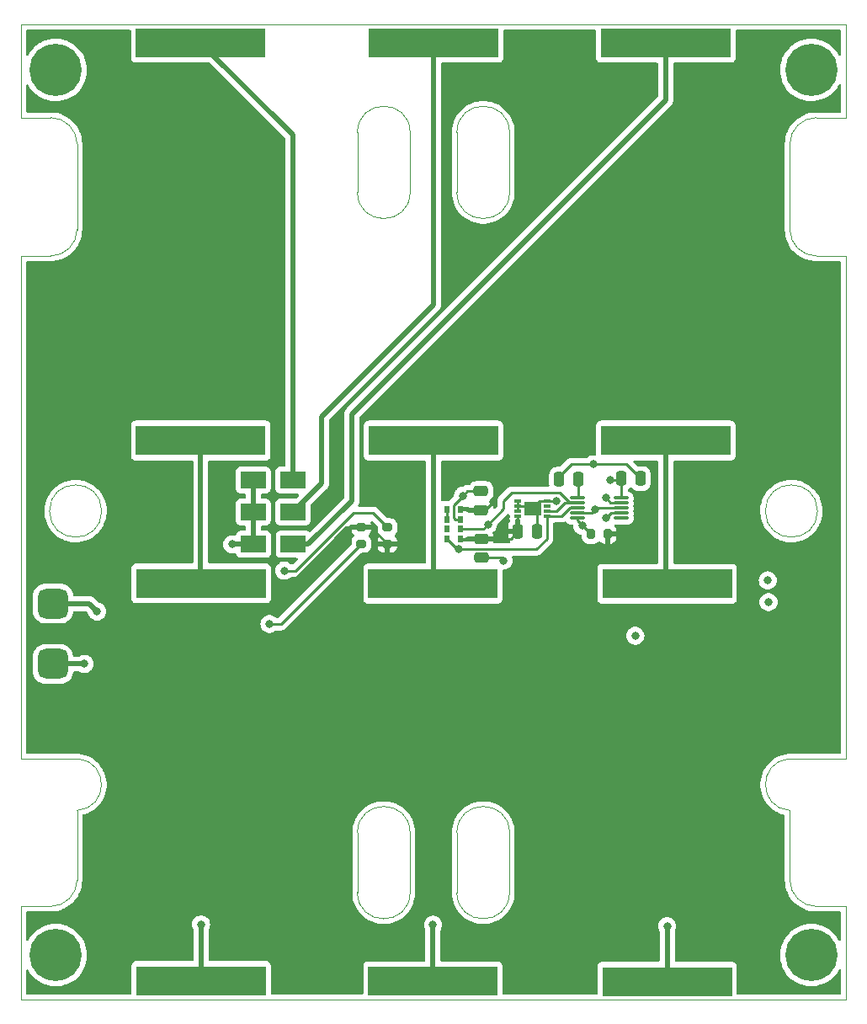
<source format=gbr>
%TF.GenerationSoftware,KiCad,Pcbnew,(6.0.9)*%
%TF.CreationDate,2023-01-30T20:43:42-08:00*%
%TF.ProjectId,solar-panel-NoCutout,736f6c61-722d-4706-916e-656c2d4e6f43,2.0*%
%TF.SameCoordinates,Original*%
%TF.FileFunction,Copper,L1,Top*%
%TF.FilePolarity,Positive*%
%FSLAX46Y46*%
G04 Gerber Fmt 4.6, Leading zero omitted, Abs format (unit mm)*
G04 Created by KiCad (PCBNEW (6.0.9)) date 2023-01-30 20:43:42*
%MOMM*%
%LPD*%
G01*
G04 APERTURE LIST*
G04 Aperture macros list*
%AMRoundRect*
0 Rectangle with rounded corners*
0 $1 Rounding radius*
0 $2 $3 $4 $5 $6 $7 $8 $9 X,Y pos of 4 corners*
0 Add a 4 corners polygon primitive as box body*
4,1,4,$2,$3,$4,$5,$6,$7,$8,$9,$2,$3,0*
0 Add four circle primitives for the rounded corners*
1,1,$1+$1,$2,$3*
1,1,$1+$1,$4,$5*
1,1,$1+$1,$6,$7*
1,1,$1+$1,$8,$9*
0 Add four rect primitives between the rounded corners*
20,1,$1+$1,$2,$3,$4,$5,0*
20,1,$1+$1,$4,$5,$6,$7,0*
20,1,$1+$1,$6,$7,$8,$9,0*
20,1,$1+$1,$8,$9,$2,$3,0*%
G04 Aperture macros list end*
%TA.AperFunction,Profile*%
%ADD10C,0.050000*%
%TD*%
%TA.AperFunction,ComponentPad*%
%ADD11C,5.250000*%
%TD*%
%TA.AperFunction,SMDPad,CuDef*%
%ADD12R,0.750000X0.300000*%
%TD*%
%TA.AperFunction,SMDPad,CuDef*%
%ADD13R,1.750000X1.450000*%
%TD*%
%TA.AperFunction,SMDPad,CuDef*%
%ADD14R,13.000000X3.000000*%
%TD*%
%TA.AperFunction,SMDPad,CuDef*%
%ADD15RoundRect,0.750000X0.750000X-0.750000X0.750000X0.750000X-0.750000X0.750000X-0.750000X-0.750000X0*%
%TD*%
%TA.AperFunction,SMDPad,CuDef*%
%ADD16R,2.500000X1.700000*%
%TD*%
%TA.AperFunction,SMDPad,CuDef*%
%ADD17RoundRect,0.250000X-0.475000X0.250000X-0.475000X-0.250000X0.475000X-0.250000X0.475000X0.250000X0*%
%TD*%
%TA.AperFunction,SMDPad,CuDef*%
%ADD18RoundRect,0.250000X-0.250000X-0.475000X0.250000X-0.475000X0.250000X0.475000X-0.250000X0.475000X0*%
%TD*%
%TA.AperFunction,SMDPad,CuDef*%
%ADD19RoundRect,0.250000X0.250000X0.475000X-0.250000X0.475000X-0.250000X-0.475000X0.250000X-0.475000X0*%
%TD*%
%TA.AperFunction,SMDPad,CuDef*%
%ADD20R,0.600000X0.720000*%
%TD*%
%TA.AperFunction,SMDPad,CuDef*%
%ADD21RoundRect,0.200000X0.275000X-0.200000X0.275000X0.200000X-0.275000X0.200000X-0.275000X-0.200000X0*%
%TD*%
%TA.AperFunction,SMDPad,CuDef*%
%ADD22RoundRect,0.200000X0.200000X0.275000X-0.200000X0.275000X-0.200000X-0.275000X0.200000X-0.275000X0*%
%TD*%
%TA.AperFunction,SMDPad,CuDef*%
%ADD23RoundRect,0.200000X-0.275000X0.200000X-0.275000X-0.200000X0.275000X-0.200000X0.275000X0.200000X0*%
%TD*%
%TA.AperFunction,SMDPad,CuDef*%
%ADD24RoundRect,0.075000X-0.650000X-0.075000X0.650000X-0.075000X0.650000X0.075000X-0.650000X0.075000X0*%
%TD*%
%TA.AperFunction,ViaPad*%
%ADD25C,0.800000*%
%TD*%
%TA.AperFunction,Conductor*%
%ADD26C,0.250000*%
%TD*%
%TA.AperFunction,Conductor*%
%ADD27C,0.500000*%
%TD*%
G04 APERTURE END LIST*
D10*
X136850000Y-153000000D02*
X136850000Y-147000000D01*
X142150000Y-153000000D02*
X142150000Y-147000000D01*
X146850000Y-147000000D02*
X146850000Y-153000000D01*
X152150000Y-153000000D02*
X152150000Y-147000000D01*
X142150000Y-76600000D02*
X142150000Y-82600000D01*
X136850000Y-76600000D02*
X136850000Y-82600000D01*
X146850000Y-76600000D02*
X146850000Y-82600000D01*
X152150000Y-76600000D02*
X152150000Y-82600000D01*
X186000000Y-65750000D02*
X103000000Y-65750000D01*
X183125000Y-114650000D02*
G75*
G03*
X183125000Y-114650000I-2625000J0D01*
G01*
X108744606Y-139557190D02*
X103000000Y-139557190D01*
X180249992Y-139557104D02*
G75*
G03*
X180350001Y-144749999I250008J-2592596D01*
G01*
X186000000Y-163750000D02*
X186000000Y-156450000D01*
X186000000Y-73100000D02*
X186000000Y-65750000D01*
X106000000Y-75100000D02*
X103000000Y-75100000D01*
X108650000Y-77750000D02*
G75*
G03*
X106000000Y-75100000I-2650000J0D01*
G01*
X106000000Y-89000000D02*
G75*
G03*
X108650000Y-86350000I0J2650000D01*
G01*
X106000000Y-89000000D02*
X103000000Y-89000000D01*
X108650000Y-77750000D02*
X108650000Y-86350000D01*
X183000000Y-75100000D02*
G75*
G03*
X180350000Y-77750000I0J-2650000D01*
G01*
X180350000Y-86350000D02*
G75*
G03*
X183000000Y-89000000I2650000J0D01*
G01*
X183000000Y-75100000D02*
X186000000Y-75100000D01*
X180350000Y-77750000D02*
X180350000Y-86350000D01*
X183000000Y-89000000D02*
X186000000Y-89000000D01*
X103000000Y-65750000D02*
X103000000Y-75100000D01*
X103000000Y-89000000D02*
X103000000Y-139557190D01*
X103000000Y-154400000D02*
X103000000Y-163750000D01*
X186000000Y-156450000D02*
X186000000Y-154400000D01*
X186000000Y-75100000D02*
X186000000Y-73100000D01*
X185994606Y-139557190D02*
X180250000Y-139557190D01*
X136850000Y-82600000D02*
G75*
G03*
X142150000Y-82600000I2650000J0D01*
G01*
X108649999Y-144750000D02*
G75*
G03*
X108744606Y-139557190I-149999J2600000D01*
G01*
X108650000Y-151750000D02*
X108650000Y-144750000D01*
X152150000Y-76600000D02*
G75*
G03*
X146850000Y-76600000I-2650000J0D01*
G01*
X142150000Y-76600000D02*
G75*
G03*
X136850000Y-76600000I-2650000J0D01*
G01*
X103000000Y-163750000D02*
X186000000Y-163750000D01*
X142150000Y-147000000D02*
G75*
G03*
X136850000Y-147000000I-2650000J0D01*
G01*
X180350000Y-151750000D02*
X180350000Y-144750000D01*
X106000000Y-154400000D02*
X103000000Y-154400000D01*
X136850000Y-153000000D02*
G75*
G03*
X142150000Y-153000000I2650000J0D01*
G01*
X152150000Y-147000000D02*
G75*
G03*
X146850000Y-147000000I-2650000J0D01*
G01*
X106000000Y-154400000D02*
G75*
G03*
X108650000Y-151750000I0J2650000D01*
G01*
X180350000Y-151750000D02*
G75*
G03*
X183000000Y-154400000I2650000J0D01*
G01*
X146850000Y-153000000D02*
G75*
G03*
X152150000Y-153000000I2650000J0D01*
G01*
X183000000Y-154400000D02*
X186000000Y-154400000D01*
X186000000Y-89000000D02*
X185994606Y-139557190D01*
X146850000Y-82600000D02*
G75*
G03*
X152150000Y-82600000I2650000J0D01*
G01*
X111125000Y-114650000D02*
G75*
G03*
X111125000Y-114650000I-2625000J0D01*
G01*
D11*
%TO.P,J2,1,Pin_1*%
%TO.N,unconnected-(J2-Pad1)*%
X106500000Y-70300000D03*
%TD*%
%TO.P,J3,1,Pin_1*%
%TO.N,unconnected-(J3-Pad1)*%
X106500000Y-159300000D03*
%TD*%
%TO.P,J4,1,Pin_1*%
%TO.N,unconnected-(J4-Pad1)*%
X182500000Y-70300000D03*
%TD*%
%TO.P,J5,1,Pin_1*%
%TO.N,unconnected-(J5-Pad1)*%
X182500000Y-159300000D03*
%TD*%
D12*
%TO.P,U2,1,SDA*%
%TO.N,SDA*%
X155900000Y-115170000D03*
%TO.P,U2,2,SCL*%
%TO.N,SCL*%
X155900000Y-114670000D03*
%TO.P,U2,3,Alert*%
%TO.N,unconnected-(U2-Pad3)*%
X155900000Y-114170000D03*
%TO.P,U2,4,GND*%
%TO.N,GND*%
X155900000Y-113670000D03*
%TO.P,U2,5,A2*%
X153000000Y-113670000D03*
%TO.P,U2,6,A1*%
X153000000Y-114170000D03*
%TO.P,U2,7,A0*%
X153000000Y-114670000D03*
%TO.P,U2,8,VDD*%
%TO.N,+3V3*%
X153000000Y-115170000D03*
D13*
%TO.P,U2,9,EP/GND*%
%TO.N,GND*%
X154450000Y-114420000D03*
%TD*%
D14*
%TO.P,SC5,1,+*%
%TO.N,Net-(D3-Pad2)*%
X167860000Y-67570000D03*
%TO.P,SC5,2,-*%
%TO.N,Net-(SC5-Pad2)*%
X167860000Y-107570000D03*
%TD*%
D15*
%TO.P,TP1,1,1*%
%TO.N,VSOLAR*%
X106230000Y-123950000D03*
%TD*%
D16*
%TO.P,D3,1,K*%
%TO.N,VSOLAR*%
X126400000Y-118000000D03*
%TO.P,D3,2,A*%
%TO.N,Net-(D3-Pad2)*%
X130400000Y-118000000D03*
%TD*%
D17*
%TO.P,C4,1*%
%TO.N,GND*%
X149280000Y-112660000D03*
%TO.P,C4,2*%
%TO.N,+3V3*%
X149280000Y-114560000D03*
%TD*%
D15*
%TO.P,TP2,1,1*%
%TO.N,GND*%
X106220000Y-130030000D03*
%TD*%
D16*
%TO.P,D1,1,K*%
%TO.N,VSOLAR*%
X126360000Y-111540000D03*
%TO.P,D1,2,A*%
%TO.N,Net-(D1-Pad2)*%
X130360000Y-111540000D03*
%TD*%
D17*
%TO.P,C1,1*%
%TO.N,+3V3*%
X149300000Y-117440000D03*
%TO.P,C1,2*%
%TO.N,GND*%
X149300000Y-119340000D03*
%TD*%
D14*
%TO.P,SC3,1,+*%
%TO.N,Net-(D2-Pad2)*%
X144490000Y-67570000D03*
%TO.P,SC3,2,-*%
%TO.N,Net-(SC3-Pad2)*%
X144490000Y-107570000D03*
%TD*%
%TO.P,SC4,1,+*%
%TO.N,Net-(SC3-Pad2)*%
X144450000Y-121940000D03*
%TO.P,SC4,2,-*%
%TO.N,GND*%
X144450000Y-161940000D03*
%TD*%
%TO.P,SC2,1,+*%
%TO.N,Net-(SC1-Pad2)*%
X121120000Y-121920000D03*
%TO.P,SC2,2,-*%
%TO.N,GND*%
X121120000Y-161920000D03*
%TD*%
D16*
%TO.P,D2,1,K*%
%TO.N,VSOLAR*%
X126360000Y-114750000D03*
%TO.P,D2,2,A*%
%TO.N,Net-(D2-Pad2)*%
X130360000Y-114750000D03*
%TD*%
D14*
%TO.P,SC6,1,+*%
%TO.N,Net-(SC5-Pad2)*%
X168000000Y-121970000D03*
%TO.P,SC6,2,-*%
%TO.N,GND*%
X168000000Y-161970000D03*
%TD*%
D18*
%TO.P,C2,1*%
%TO.N,+3V3*%
X153010000Y-116690000D03*
%TO.P,C2,2*%
%TO.N,GND*%
X154910000Y-116690000D03*
%TD*%
D19*
%TO.P,C5,1*%
%TO.N,Net-(C5-Pad1)*%
X159050000Y-111450000D03*
%TO.P,C5,2*%
%TO.N,GND*%
X157150000Y-111450000D03*
%TD*%
D20*
%TO.P,U1,1,SDA*%
%TO.N,SDA*%
X145845000Y-117445000D03*
%TO.P,U1,2,INT*%
%TO.N,unconnected-(U1-Pad2)*%
X145845000Y-116475000D03*
%TO.P,U1,3,LDR*%
%TO.N,Net-(U1-Pad3)*%
X145845000Y-115505000D03*
%TO.P,U1,4,LEDK*%
X145845000Y-114535000D03*
%TO.P,U1,5,LEDA*%
%TO.N,+3V3*%
X147245000Y-114535000D03*
%TO.P,U1,6,GND*%
%TO.N,GND*%
X147245000Y-115505000D03*
%TO.P,U1,7,SCL*%
%TO.N,SCL*%
X147245000Y-116475000D03*
%TO.P,U1,8,VDD*%
%TO.N,+3V3*%
X147245000Y-117445000D03*
%TD*%
D21*
%TO.P,R2,1*%
%TO.N,+3V3*%
X139870000Y-117940000D03*
%TO.P,R2,2*%
%TO.N,SDA*%
X139870000Y-116290000D03*
%TD*%
D22*
%TO.P,R3,1*%
%TO.N,+3V3*%
X161990000Y-116970000D03*
%TO.P,R3,2*%
%TO.N,Net-(C3-Pad1)*%
X160340000Y-116970000D03*
%TD*%
D23*
%TO.P,R1,1*%
%TO.N,+3V3*%
X137250000Y-116290000D03*
%TO.P,R1,2*%
%TO.N,SCL*%
X137250000Y-117940000D03*
%TD*%
D18*
%TO.P,C3,1*%
%TO.N,Net-(C3-Pad1)*%
X163410000Y-111380000D03*
%TO.P,C3,2*%
%TO.N,GND*%
X165310000Y-111380000D03*
%TD*%
D14*
%TO.P,SC1,1,+*%
%TO.N,Net-(D1-Pad2)*%
X121090000Y-67570000D03*
%TO.P,SC1,2,-*%
%TO.N,Net-(SC1-Pad2)*%
X121090000Y-107570000D03*
%TD*%
D24*
%TO.P,U3,1,REG*%
%TO.N,Net-(C5-Pad1)*%
X158980000Y-113350000D03*
%TO.P,U3,2,SCL*%
%TO.N,SCL*%
X158980000Y-113850000D03*
%TO.P,U3,3,SDA*%
%TO.N,SDA*%
X158980000Y-114350000D03*
%TO.P,U3,4,IN/TRIG*%
%TO.N,GND*%
X158980000Y-114850000D03*
%TO.P,U3,5,EN*%
%TO.N,Net-(C3-Pad1)*%
X158980000Y-115350000D03*
%TO.P,U3,6,VDD/NC*%
%TO.N,unconnected-(U3-Pad6)*%
X163380000Y-115350000D03*
%TO.P,U3,7,OUT+*%
%TO.N,Net-(U3-Pad7)*%
X163380000Y-114850000D03*
%TO.P,U3,8,GND*%
%TO.N,GND*%
X163380000Y-114350000D03*
%TO.P,U3,9,OUT-*%
%TO.N,Net-(U3-Pad7)*%
X163380000Y-113850000D03*
%TO.P,U3,10,VDD*%
%TO.N,Net-(C3-Pad1)*%
X163380000Y-113350000D03*
%TD*%
D25*
%TO.N,GND*%
X168000000Y-156390000D03*
X156860000Y-113670000D03*
X160570000Y-109960000D03*
X109400000Y-130030000D03*
X144450000Y-156250000D03*
X147475000Y-113105000D03*
X151530000Y-119620000D03*
X121120000Y-156220000D03*
X160750000Y-114500000D03*
%TO.N,+3V3*%
X150540000Y-113710000D03*
X126510000Y-126100000D03*
X151390000Y-117440000D03*
%TO.N,VSOLAR*%
X124270000Y-118000000D03*
X110660000Y-124750000D03*
%TO.N,SDA*%
X147030000Y-118510000D03*
X129500000Y-120644998D03*
%TO.N,SCL*%
X128000001Y-126000001D03*
X149990000Y-115990000D03*
%TO.N,Net-(C3-Pad1)*%
X159470000Y-116130000D03*
X162260000Y-111570000D03*
%TO.N,Net-(U3-Pad7)*%
X178200000Y-123800000D03*
X161890000Y-115330000D03*
X161820000Y-113350000D03*
X178120000Y-121620000D03*
X164800000Y-127190000D03*
%TD*%
D26*
%TO.N,Net-(C3-Pad1)*%
X163380000Y-111410000D02*
X163410000Y-111380000D01*
X163380000Y-113350000D02*
X163380000Y-111410000D01*
%TO.N,GND*%
X153000000Y-113670000D02*
X153000000Y-114670000D01*
X158360000Y-109960000D02*
X158750000Y-109960000D01*
X163890000Y-109960000D02*
X165310000Y-111380000D01*
X158750000Y-109960000D02*
X160570000Y-109960000D01*
X155900000Y-113670000D02*
X155200000Y-113670000D01*
X149280000Y-112660000D02*
X147920000Y-112660000D01*
D27*
X109400000Y-130030000D02*
X106050000Y-130030000D01*
D26*
X154910000Y-116690000D02*
X154910000Y-114880000D01*
X155900000Y-113670000D02*
X156860000Y-113670000D01*
X157150000Y-111450000D02*
X157150000Y-111170000D01*
D27*
X144450000Y-161940000D02*
X144450000Y-156250000D01*
D26*
X149300000Y-119340000D02*
X151250000Y-119340000D01*
X160900000Y-114350000D02*
X160750000Y-114500000D01*
X160570000Y-109960000D02*
X163890000Y-109960000D01*
X154910000Y-114880000D02*
X154450000Y-114420000D01*
D27*
X168000000Y-161970000D02*
X168000000Y-156390000D01*
D26*
X146530000Y-115340000D02*
X146530000Y-114050000D01*
X158980000Y-114850000D02*
X160400000Y-114850000D01*
X157150000Y-111170000D02*
X158360000Y-109960000D01*
D27*
X121120000Y-161920000D02*
X121120000Y-156220000D01*
D26*
X154200000Y-114170000D02*
X154450000Y-114420000D01*
X160400000Y-114850000D02*
X160750000Y-114500000D01*
X147920000Y-112660000D02*
X147475000Y-113105000D01*
X151250000Y-119340000D02*
X151530000Y-119620000D01*
X155200000Y-113670000D02*
X154485000Y-114385000D01*
X146695000Y-115505000D02*
X146530000Y-115340000D01*
X147245000Y-115505000D02*
X146695000Y-115505000D01*
X147475000Y-113105000D02*
X146530000Y-114050000D01*
X153000000Y-114170000D02*
X154200000Y-114170000D01*
X163380000Y-114350000D02*
X160900000Y-114350000D01*
X154485000Y-114385000D02*
X154450000Y-114420000D01*
%TO.N,+3V3*%
X126510000Y-125480000D02*
X126510000Y-126100000D01*
X153010000Y-116690000D02*
X153010000Y-115180000D01*
X149300000Y-117440000D02*
X147250000Y-117440000D01*
X147245000Y-114535000D02*
X149255000Y-114535000D01*
X149300000Y-117440000D02*
X151390000Y-117440000D01*
X137250000Y-116290000D02*
X138220000Y-116290000D01*
X147250000Y-117440000D02*
X147245000Y-117445000D01*
X153010000Y-115180000D02*
X153000000Y-115170000D01*
X149255000Y-114535000D02*
X149280000Y-114560000D01*
X151390000Y-117440000D02*
X152260000Y-117440000D01*
X152260000Y-117440000D02*
X153010000Y-116690000D01*
X135700000Y-116290000D02*
X126510000Y-125480000D01*
X149690000Y-114560000D02*
X150540000Y-113710000D01*
X138220000Y-116290000D02*
X139870000Y-117940000D01*
X137250000Y-116290000D02*
X135700000Y-116290000D01*
X149280000Y-114560000D02*
X149690000Y-114560000D01*
D27*
%TO.N,VSOLAR*%
X126360000Y-117960000D02*
X126400000Y-118000000D01*
X126360000Y-111540000D02*
X126360000Y-117960000D01*
X126400000Y-118000000D02*
X124270000Y-118000000D01*
X109860000Y-123950000D02*
X110660000Y-124750000D01*
X106230000Y-123950000D02*
X109860000Y-123950000D01*
%TO.N,Net-(SC1-Pad2)*%
X121090000Y-107570000D02*
X121090000Y-121890000D01*
X121090000Y-121890000D02*
X121120000Y-121920000D01*
%TO.N,Net-(SC3-Pad2)*%
X144490000Y-121900000D02*
X144450000Y-121940000D01*
X144490000Y-107570000D02*
X144490000Y-121900000D01*
%TO.N,Net-(D1-Pad2)*%
X130360000Y-76840000D02*
X130360000Y-111540000D01*
X121090000Y-67570000D02*
X130360000Y-76840000D01*
%TO.N,Net-(D2-Pad2)*%
X144490000Y-93920000D02*
X133240000Y-105170000D01*
X133240000Y-111870000D02*
X133240000Y-105170000D01*
X130360000Y-114750000D02*
X133240000Y-111870000D01*
X144490000Y-67570000D02*
X144490000Y-93920000D01*
D26*
%TO.N,SDA*%
X155900000Y-115170000D02*
X157369315Y-115170000D01*
X157369315Y-115170000D02*
X158189315Y-114350000D01*
X136430000Y-114850000D02*
X138430000Y-114850000D01*
X155900000Y-117440000D02*
X154830000Y-118510000D01*
X146910000Y-118510000D02*
X145845000Y-117445000D01*
X154830000Y-118510000D02*
X147030000Y-118510000D01*
X129500000Y-120644998D02*
X130635002Y-120644998D01*
X138430000Y-114850000D02*
X139870000Y-116290000D01*
X158189315Y-114350000D02*
X158980000Y-114350000D01*
X155900000Y-115170000D02*
X155900000Y-117440000D01*
X147030000Y-118510000D02*
X146910000Y-118510000D01*
X130635002Y-120644998D02*
X136430000Y-114850000D01*
%TO.N,SCL*%
X151570000Y-114410000D02*
X149990000Y-115990000D01*
X137250000Y-117940000D02*
X129170000Y-126020000D01*
X157159315Y-112820000D02*
X152370000Y-112820000D01*
X158980000Y-113850000D02*
X158189315Y-113850000D01*
X158189315Y-113850000D02*
X157705305Y-113850000D01*
X152370000Y-112820000D02*
X151570000Y-113620000D01*
X149505000Y-116475000D02*
X149990000Y-115990000D01*
X157705305Y-113850000D02*
X156885305Y-114670000D01*
X129170000Y-126020000D02*
X128020000Y-126020000D01*
X156885305Y-114670000D02*
X155900000Y-114670000D01*
X151570000Y-113620000D02*
X151570000Y-114410000D01*
X158189315Y-113850000D02*
X157159315Y-112820000D01*
X147245000Y-116475000D02*
X149505000Y-116475000D01*
%TO.N,Net-(C5-Pad1)*%
X159050000Y-111450000D02*
X159050000Y-113280000D01*
X159050000Y-113280000D02*
X158980000Y-113350000D01*
%TO.N,Net-(U1-Pad3)*%
X145845000Y-114535000D02*
X145845000Y-115505000D01*
%TO.N,Net-(C3-Pad1)*%
X163410000Y-111570000D02*
X162260000Y-111570000D01*
X158980000Y-115350000D02*
X158980000Y-115610000D01*
X158980000Y-115610000D02*
X160340000Y-116970000D01*
%TO.N,Net-(U3-Pad7)*%
X163380000Y-114850000D02*
X162370000Y-114850000D01*
X162320000Y-113850000D02*
X161820000Y-113350000D01*
X162370000Y-114850000D02*
X161890000Y-115330000D01*
X163380000Y-113850000D02*
X162320000Y-113850000D01*
D27*
%TO.N,Net-(D3-Pad2)*%
X136280000Y-113630000D02*
X136280000Y-104900000D01*
X130400000Y-118000000D02*
X131910000Y-118000000D01*
X131910000Y-118000000D02*
X136280000Y-113630000D01*
X136280000Y-104900000D02*
X167860000Y-73320000D01*
X167860000Y-73320000D02*
X167860000Y-67570000D01*
%TO.N,Net-(SC5-Pad2)*%
X167860000Y-121830000D02*
X168000000Y-121970000D01*
X167860000Y-107570000D02*
X167860000Y-121830000D01*
%TD*%
%TA.AperFunction,Conductor*%
%TO.N,+3V3*%
G36*
X114023621Y-66278502D02*
G01*
X114070114Y-66332158D01*
X114081500Y-66384500D01*
X114081500Y-69118134D01*
X114088255Y-69180316D01*
X114139385Y-69316705D01*
X114226739Y-69433261D01*
X114343295Y-69520615D01*
X114479684Y-69571745D01*
X114541866Y-69578500D01*
X121973629Y-69578500D01*
X122041750Y-69598502D01*
X122062724Y-69615405D01*
X129564595Y-77117276D01*
X129598621Y-77179588D01*
X129601500Y-77206371D01*
X129601500Y-110055500D01*
X129581498Y-110123621D01*
X129527842Y-110170114D01*
X129475500Y-110181500D01*
X129061866Y-110181500D01*
X128999684Y-110188255D01*
X128863295Y-110239385D01*
X128746739Y-110326739D01*
X128659385Y-110443295D01*
X128608255Y-110579684D01*
X128601500Y-110641866D01*
X128601500Y-112438134D01*
X128608255Y-112500316D01*
X128659385Y-112636705D01*
X128746739Y-112753261D01*
X128863295Y-112840615D01*
X128999684Y-112891745D01*
X129061866Y-112898500D01*
X130834629Y-112898500D01*
X130902750Y-112918502D01*
X130949243Y-112972158D01*
X130959347Y-113042432D01*
X130929853Y-113107012D01*
X130923724Y-113113595D01*
X130682724Y-113354595D01*
X130620412Y-113388621D01*
X130593629Y-113391500D01*
X129061866Y-113391500D01*
X128999684Y-113398255D01*
X128863295Y-113449385D01*
X128746739Y-113536739D01*
X128659385Y-113653295D01*
X128608255Y-113789684D01*
X128601500Y-113851866D01*
X128601500Y-115648134D01*
X128608255Y-115710316D01*
X128659385Y-115846705D01*
X128746739Y-115963261D01*
X128863295Y-116050615D01*
X128999684Y-116101745D01*
X129061866Y-116108500D01*
X131658134Y-116108500D01*
X131720316Y-116101745D01*
X131856705Y-116050615D01*
X131973261Y-115963261D01*
X132060615Y-115846705D01*
X132111745Y-115710316D01*
X132118500Y-115648134D01*
X132118500Y-114116371D01*
X132138502Y-114048250D01*
X132155405Y-114027276D01*
X133728911Y-112453770D01*
X133743323Y-112441384D01*
X133754918Y-112432851D01*
X133754923Y-112432846D01*
X133760818Y-112428508D01*
X133765557Y-112422930D01*
X133765560Y-112422927D01*
X133795035Y-112388232D01*
X133801965Y-112380716D01*
X133807660Y-112375021D01*
X133812518Y-112368880D01*
X133825281Y-112352749D01*
X133828072Y-112349345D01*
X133870591Y-112299297D01*
X133870592Y-112299295D01*
X133875333Y-112293715D01*
X133878661Y-112287199D01*
X133882028Y-112282150D01*
X133885195Y-112277021D01*
X133889734Y-112271284D01*
X133920655Y-112205125D01*
X133922561Y-112201225D01*
X133924974Y-112196500D01*
X133955769Y-112136192D01*
X133957508Y-112129084D01*
X133959607Y-112123441D01*
X133961524Y-112117678D01*
X133964622Y-112111050D01*
X133969138Y-112089341D01*
X133979486Y-112039588D01*
X133980457Y-112035299D01*
X133982304Y-112027751D01*
X133997808Y-111964390D01*
X133998500Y-111953236D01*
X133998536Y-111953238D01*
X133998775Y-111949245D01*
X133999149Y-111945053D01*
X134000640Y-111937885D01*
X133998546Y-111860479D01*
X133998500Y-111857072D01*
X133998500Y-105536371D01*
X134018502Y-105468250D01*
X134035405Y-105447276D01*
X144978911Y-94503770D01*
X144993323Y-94491384D01*
X145004918Y-94482851D01*
X145004923Y-94482846D01*
X145010818Y-94478508D01*
X145015557Y-94472930D01*
X145015560Y-94472927D01*
X145045035Y-94438232D01*
X145051965Y-94430716D01*
X145057661Y-94425020D01*
X145059924Y-94422159D01*
X145059929Y-94422154D01*
X145075285Y-94402744D01*
X145078074Y-94399342D01*
X145120596Y-94349291D01*
X145120597Y-94349290D01*
X145125333Y-94343715D01*
X145128661Y-94337198D01*
X145132027Y-94332150D01*
X145135190Y-94327028D01*
X145139735Y-94321284D01*
X145170664Y-94255105D01*
X145172563Y-94251221D01*
X145205769Y-94186192D01*
X145207510Y-94179077D01*
X145209613Y-94173422D01*
X145211522Y-94167683D01*
X145214622Y-94161050D01*
X145229491Y-94089565D01*
X145230461Y-94085282D01*
X145246473Y-94019844D01*
X145247808Y-94014390D01*
X145248500Y-94003236D01*
X145248535Y-94003238D01*
X145248775Y-93999266D01*
X145249152Y-93995045D01*
X145250641Y-93987885D01*
X145248546Y-93910458D01*
X145248500Y-93907050D01*
X145248500Y-82593724D01*
X146336309Y-82593724D01*
X146337130Y-82600000D01*
X146336861Y-82600000D01*
X146355403Y-82941995D01*
X146410813Y-83279981D01*
X146502441Y-83609995D01*
X146629213Y-83928168D01*
X146789642Y-84230769D01*
X146791550Y-84233584D01*
X146791553Y-84233588D01*
X146941399Y-84454593D01*
X146981847Y-84514250D01*
X147203575Y-84775289D01*
X147452227Y-85010825D01*
X147724887Y-85218095D01*
X148018359Y-85394671D01*
X148329202Y-85538482D01*
X148332440Y-85539573D01*
X148332445Y-85539575D01*
X148650535Y-85646753D01*
X148650541Y-85646755D01*
X148653771Y-85647843D01*
X148657107Y-85648577D01*
X148657106Y-85648577D01*
X148984930Y-85720736D01*
X148984934Y-85720737D01*
X148988261Y-85721469D01*
X148991651Y-85721838D01*
X148991653Y-85721838D01*
X149049820Y-85728164D01*
X149328751Y-85758500D01*
X149671249Y-85758500D01*
X149950180Y-85728164D01*
X150008347Y-85721838D01*
X150008349Y-85721838D01*
X150011739Y-85721469D01*
X150015066Y-85720737D01*
X150015070Y-85720736D01*
X150342894Y-85648577D01*
X150342893Y-85648577D01*
X150346229Y-85647843D01*
X150349459Y-85646755D01*
X150349465Y-85646753D01*
X150667555Y-85539575D01*
X150667560Y-85539573D01*
X150670798Y-85538482D01*
X150981641Y-85394671D01*
X151275113Y-85218095D01*
X151547773Y-85010825D01*
X151796425Y-84775289D01*
X152018153Y-84514250D01*
X152058602Y-84454593D01*
X152208447Y-84233588D01*
X152208450Y-84233584D01*
X152210358Y-84230769D01*
X152370787Y-83928168D01*
X152497559Y-83609995D01*
X152589187Y-83279981D01*
X152644597Y-82941995D01*
X152661543Y-82629444D01*
X152662345Y-82622204D01*
X152662334Y-82622203D01*
X152662770Y-82617345D01*
X152663576Y-82612552D01*
X152663729Y-82600000D01*
X152659773Y-82572376D01*
X152658500Y-82554514D01*
X152658500Y-76653250D01*
X152660246Y-76632345D01*
X152662770Y-76617344D01*
X152662770Y-76617341D01*
X152663576Y-76612552D01*
X152663729Y-76600000D01*
X152663040Y-76595188D01*
X152662724Y-76590331D01*
X152662726Y-76590331D01*
X152662479Y-76587825D01*
X152662323Y-76584932D01*
X152650718Y-76370893D01*
X152644782Y-76261408D01*
X152644781Y-76261399D01*
X152644597Y-76258005D01*
X152589187Y-75920019D01*
X152507781Y-75626821D01*
X152498472Y-75593292D01*
X152498470Y-75593286D01*
X152497559Y-75590005D01*
X152370787Y-75271832D01*
X152210358Y-74969231D01*
X152208447Y-74966412D01*
X152020062Y-74688565D01*
X152020058Y-74688560D01*
X152018153Y-74685750D01*
X151796425Y-74424711D01*
X151547773Y-74189175D01*
X151275113Y-73981905D01*
X150981641Y-73805329D01*
X150670798Y-73661518D01*
X150667560Y-73660427D01*
X150667555Y-73660425D01*
X150349465Y-73553247D01*
X150349459Y-73553245D01*
X150346229Y-73552157D01*
X150248644Y-73530677D01*
X150015070Y-73479264D01*
X150015066Y-73479263D01*
X150011739Y-73478531D01*
X150008349Y-73478162D01*
X150008347Y-73478162D01*
X149950180Y-73471836D01*
X149671249Y-73441500D01*
X149328751Y-73441500D01*
X149049820Y-73471836D01*
X148991653Y-73478162D01*
X148991651Y-73478162D01*
X148988261Y-73478531D01*
X148984934Y-73479263D01*
X148984930Y-73479264D01*
X148751356Y-73530677D01*
X148653771Y-73552157D01*
X148650541Y-73553245D01*
X148650535Y-73553247D01*
X148332445Y-73660425D01*
X148332440Y-73660427D01*
X148329202Y-73661518D01*
X148018359Y-73805329D01*
X147724887Y-73981905D01*
X147452227Y-74189175D01*
X147203575Y-74424711D01*
X146981847Y-74685750D01*
X146979942Y-74688560D01*
X146979938Y-74688565D01*
X146791553Y-74966412D01*
X146789642Y-74969231D01*
X146629213Y-75271832D01*
X146502441Y-75590005D01*
X146501530Y-75593286D01*
X146501528Y-75593292D01*
X146492219Y-75626821D01*
X146410813Y-75920019D01*
X146355403Y-76258005D01*
X146341085Y-76522101D01*
X146338021Y-76578611D01*
X146337733Y-76581360D01*
X146337712Y-76583122D01*
X146337769Y-76583258D01*
X146337678Y-76584932D01*
X146336309Y-76593724D01*
X146336940Y-76598548D01*
X146336861Y-76600000D01*
X146337130Y-76600000D01*
X146337958Y-76606332D01*
X146340436Y-76625283D01*
X146341500Y-76641620D01*
X146341500Y-82550633D01*
X146340000Y-82570018D01*
X146336309Y-82593724D01*
X145248500Y-82593724D01*
X145248500Y-69704500D01*
X145268502Y-69636379D01*
X145322158Y-69589886D01*
X145374500Y-69578500D01*
X151038134Y-69578500D01*
X151100316Y-69571745D01*
X151236705Y-69520615D01*
X151353261Y-69433261D01*
X151440615Y-69316705D01*
X151491745Y-69180316D01*
X151498500Y-69118134D01*
X151498500Y-66384500D01*
X151518502Y-66316379D01*
X151572158Y-66269886D01*
X151624500Y-66258500D01*
X160725500Y-66258500D01*
X160793621Y-66278502D01*
X160840114Y-66332158D01*
X160851500Y-66384500D01*
X160851500Y-69118134D01*
X160858255Y-69180316D01*
X160909385Y-69316705D01*
X160996739Y-69433261D01*
X161113295Y-69520615D01*
X161249684Y-69571745D01*
X161311866Y-69578500D01*
X166975500Y-69578500D01*
X167043621Y-69598502D01*
X167090114Y-69652158D01*
X167101500Y-69704500D01*
X167101500Y-72953629D01*
X167081498Y-73021750D01*
X167064595Y-73042724D01*
X135791089Y-104316230D01*
X135776677Y-104328616D01*
X135765082Y-104337149D01*
X135765077Y-104337154D01*
X135759182Y-104341492D01*
X135754443Y-104347070D01*
X135754440Y-104347073D01*
X135724965Y-104381768D01*
X135718035Y-104389284D01*
X135712340Y-104394979D01*
X135710060Y-104397861D01*
X135694719Y-104417251D01*
X135691928Y-104420655D01*
X135649409Y-104470703D01*
X135644667Y-104476285D01*
X135641339Y-104482801D01*
X135637972Y-104487850D01*
X135634805Y-104492979D01*
X135630266Y-104498716D01*
X135599345Y-104564875D01*
X135597442Y-104568769D01*
X135564231Y-104633808D01*
X135562492Y-104640916D01*
X135560393Y-104646559D01*
X135558476Y-104652322D01*
X135555378Y-104658950D01*
X135553888Y-104666112D01*
X135553888Y-104666113D01*
X135540514Y-104730412D01*
X135539544Y-104734696D01*
X135522192Y-104805610D01*
X135521500Y-104816764D01*
X135521464Y-104816762D01*
X135521225Y-104820755D01*
X135520851Y-104824947D01*
X135519360Y-104832115D01*
X135519558Y-104839432D01*
X135521454Y-104909521D01*
X135521500Y-104912928D01*
X135521500Y-113263629D01*
X135501498Y-113331750D01*
X135484595Y-113352724D01*
X132111838Y-116725481D01*
X132049526Y-116759507D01*
X131978711Y-116754442D01*
X131947181Y-116737214D01*
X131896705Y-116699385D01*
X131760316Y-116648255D01*
X131698134Y-116641500D01*
X129101866Y-116641500D01*
X129039684Y-116648255D01*
X128903295Y-116699385D01*
X128786739Y-116786739D01*
X128699385Y-116903295D01*
X128648255Y-117039684D01*
X128641500Y-117101866D01*
X128641500Y-118898134D01*
X128648255Y-118960316D01*
X128699385Y-119096705D01*
X128786739Y-119213261D01*
X128903295Y-119300615D01*
X129039684Y-119351745D01*
X129101866Y-119358500D01*
X130721405Y-119358500D01*
X130789526Y-119378502D01*
X130836019Y-119432158D01*
X130846123Y-119502432D01*
X130816629Y-119567012D01*
X130810500Y-119573595D01*
X130409502Y-119974593D01*
X130347190Y-120008619D01*
X130320407Y-120011498D01*
X130208200Y-120011498D01*
X130140079Y-119991496D01*
X130120853Y-119975155D01*
X130120580Y-119975458D01*
X130115668Y-119971035D01*
X130111253Y-119966132D01*
X130044182Y-119917402D01*
X129962094Y-119857761D01*
X129962093Y-119857760D01*
X129956752Y-119853880D01*
X129950724Y-119851196D01*
X129950722Y-119851195D01*
X129788319Y-119778889D01*
X129788318Y-119778889D01*
X129782288Y-119776204D01*
X129688888Y-119756351D01*
X129601944Y-119737870D01*
X129601939Y-119737870D01*
X129595487Y-119736498D01*
X129404513Y-119736498D01*
X129398061Y-119737870D01*
X129398056Y-119737870D01*
X129311112Y-119756351D01*
X129217712Y-119776204D01*
X129211682Y-119778889D01*
X129211681Y-119778889D01*
X129049278Y-119851195D01*
X129049276Y-119851196D01*
X129043248Y-119853880D01*
X129037907Y-119857760D01*
X129037906Y-119857761D01*
X128991471Y-119891498D01*
X128888747Y-119966132D01*
X128884326Y-119971042D01*
X128884325Y-119971043D01*
X128850492Y-120008619D01*
X128760960Y-120108054D01*
X128665473Y-120273442D01*
X128606458Y-120455070D01*
X128605768Y-120461631D01*
X128605768Y-120461633D01*
X128592657Y-120586379D01*
X128586496Y-120644998D01*
X128587186Y-120651563D01*
X128605541Y-120826197D01*
X128606458Y-120834926D01*
X128665473Y-121016554D01*
X128760960Y-121181942D01*
X128765378Y-121186849D01*
X128765379Y-121186850D01*
X128847452Y-121278001D01*
X128888747Y-121323864D01*
X129043248Y-121436116D01*
X129049276Y-121438800D01*
X129049278Y-121438801D01*
X129211681Y-121511107D01*
X129217712Y-121513792D01*
X129311113Y-121533645D01*
X129398056Y-121552126D01*
X129398061Y-121552126D01*
X129404513Y-121553498D01*
X129595487Y-121553498D01*
X129601939Y-121552126D01*
X129601944Y-121552126D01*
X129688887Y-121533645D01*
X129782288Y-121513792D01*
X129788319Y-121511107D01*
X129950722Y-121438801D01*
X129950724Y-121438800D01*
X129956752Y-121436116D01*
X130111253Y-121323864D01*
X130115668Y-121318961D01*
X130120580Y-121314538D01*
X130121705Y-121315787D01*
X130175014Y-121282947D01*
X130208200Y-121278498D01*
X130556235Y-121278498D01*
X130567418Y-121279025D01*
X130574911Y-121280700D01*
X130582837Y-121280451D01*
X130582838Y-121280451D01*
X130642988Y-121278560D01*
X130646947Y-121278498D01*
X130674858Y-121278498D01*
X130678793Y-121278001D01*
X130678858Y-121277993D01*
X130690695Y-121277060D01*
X130722953Y-121276046D01*
X130726972Y-121275920D01*
X130734891Y-121275671D01*
X130754345Y-121270019D01*
X130773702Y-121266011D01*
X130785932Y-121264466D01*
X130785933Y-121264466D01*
X130793799Y-121263472D01*
X130801170Y-121260553D01*
X130801172Y-121260553D01*
X130834914Y-121247194D01*
X130846144Y-121243349D01*
X130880985Y-121233227D01*
X130880986Y-121233227D01*
X130888595Y-121231016D01*
X130895414Y-121226983D01*
X130895419Y-121226981D01*
X130906030Y-121220705D01*
X130923778Y-121212010D01*
X130942619Y-121204550D01*
X130978389Y-121178562D01*
X130988309Y-121172046D01*
X131019537Y-121153578D01*
X131019540Y-121153576D01*
X131026364Y-121149540D01*
X131040685Y-121135219D01*
X131055719Y-121122378D01*
X131065696Y-121115129D01*
X131072109Y-121110470D01*
X131100300Y-121076393D01*
X131108290Y-121067614D01*
X136119575Y-116056330D01*
X136181887Y-116022304D01*
X136252702Y-116027369D01*
X136259550Y-116031432D01*
X136280548Y-116036000D01*
X138214884Y-116036000D01*
X138230123Y-116031525D01*
X138231328Y-116030135D01*
X138232291Y-116025706D01*
X138226868Y-115966685D01*
X138224257Y-115953649D01*
X138188939Y-115840946D01*
X138187655Y-115769961D01*
X138224952Y-115709550D01*
X138288989Y-115678894D01*
X138359434Y-115687726D01*
X138398268Y-115714172D01*
X138849595Y-116165499D01*
X138883621Y-116227811D01*
X138886500Y-116254594D01*
X138886501Y-116400516D01*
X138886501Y-116546634D01*
X138886764Y-116549492D01*
X138886764Y-116549501D01*
X138888424Y-116567564D01*
X138893247Y-116620062D01*
X138895246Y-116626440D01*
X138895246Y-116626441D01*
X138941451Y-116773879D01*
X138944528Y-116783699D01*
X139033361Y-116930381D01*
X139129239Y-117026259D01*
X139163265Y-117088571D01*
X139158200Y-117159386D01*
X139129239Y-117204449D01*
X139039131Y-117294557D01*
X139029824Y-117306426D01*
X138948921Y-117440012D01*
X138942715Y-117453757D01*
X138895744Y-117603644D01*
X138893131Y-117616693D01*
X138888087Y-117671586D01*
X138891475Y-117683124D01*
X138892865Y-117684329D01*
X138900548Y-117686000D01*
X140834884Y-117686000D01*
X140850123Y-117681525D01*
X140851328Y-117680135D01*
X140852291Y-117675706D01*
X140846868Y-117616685D01*
X140844257Y-117603649D01*
X140797285Y-117453757D01*
X140791079Y-117440012D01*
X140710176Y-117306426D01*
X140700869Y-117294557D01*
X140610761Y-117204449D01*
X140576735Y-117142137D01*
X140581800Y-117071322D01*
X140610761Y-117026259D01*
X140706639Y-116930381D01*
X140795472Y-116783699D01*
X140798550Y-116773879D01*
X140820933Y-116702452D01*
X140846753Y-116620062D01*
X140853500Y-116546635D01*
X140853499Y-116033366D01*
X140853203Y-116030135D01*
X140848100Y-115974604D01*
X140846753Y-115959938D01*
X140839830Y-115937846D01*
X140797744Y-115803550D01*
X140797743Y-115803548D01*
X140795472Y-115796301D01*
X140706639Y-115649619D01*
X140585381Y-115528361D01*
X140438699Y-115439528D01*
X140431452Y-115437257D01*
X140431450Y-115437256D01*
X140333329Y-115406507D01*
X140275062Y-115388247D01*
X140201635Y-115381500D01*
X140183527Y-115381500D01*
X139909595Y-115381501D01*
X139841476Y-115361499D01*
X139820500Y-115344596D01*
X139391173Y-114915268D01*
X138933647Y-114457742D01*
X138926113Y-114449463D01*
X138922000Y-114442982D01*
X138872348Y-114396356D01*
X138869507Y-114393602D01*
X138849770Y-114373865D01*
X138846573Y-114371385D01*
X138837551Y-114363680D01*
X138813202Y-114340815D01*
X138805321Y-114333414D01*
X138798375Y-114329595D01*
X138798372Y-114329593D01*
X138787566Y-114323652D01*
X138771047Y-114312801D01*
X138770535Y-114312404D01*
X138755041Y-114300386D01*
X138747772Y-114297241D01*
X138747768Y-114297238D01*
X138714463Y-114282826D01*
X138703813Y-114277609D01*
X138665060Y-114256305D01*
X138645437Y-114251267D01*
X138626734Y-114244863D01*
X138615420Y-114239967D01*
X138615419Y-114239967D01*
X138608145Y-114236819D01*
X138600322Y-114235580D01*
X138600312Y-114235577D01*
X138564476Y-114229901D01*
X138552856Y-114227495D01*
X138517711Y-114218472D01*
X138517710Y-114218472D01*
X138510030Y-114216500D01*
X138489776Y-114216500D01*
X138470065Y-114214949D01*
X138457886Y-114213020D01*
X138450057Y-114211780D01*
X138442165Y-114212526D01*
X138406039Y-114215941D01*
X138394181Y-114216500D01*
X137040259Y-114216500D01*
X136972138Y-114196498D01*
X136925645Y-114142842D01*
X136915541Y-114072568D01*
X136930404Y-114031598D01*
X136929734Y-114031284D01*
X136960655Y-113965125D01*
X136962561Y-113961225D01*
X136967630Y-113951298D01*
X136995769Y-113896192D01*
X136997508Y-113889084D01*
X136999607Y-113883441D01*
X137001524Y-113877678D01*
X137004622Y-113871050D01*
X137019487Y-113799583D01*
X137020457Y-113795299D01*
X137023255Y-113783866D01*
X137037808Y-113724390D01*
X137038500Y-113713236D01*
X137038536Y-113713238D01*
X137038775Y-113709245D01*
X137039149Y-113705053D01*
X137040640Y-113697885D01*
X137038546Y-113620479D01*
X137038500Y-113617072D01*
X137038500Y-105266371D01*
X137058502Y-105198250D01*
X137075405Y-105177276D01*
X168348911Y-73903770D01*
X168363323Y-73891384D01*
X168374918Y-73882851D01*
X168374923Y-73882846D01*
X168380818Y-73878508D01*
X168385557Y-73872930D01*
X168385560Y-73872927D01*
X168415035Y-73838232D01*
X168421965Y-73830716D01*
X168427660Y-73825021D01*
X168432518Y-73818880D01*
X168445281Y-73802749D01*
X168448072Y-73799345D01*
X168490591Y-73749297D01*
X168490592Y-73749295D01*
X168495333Y-73743715D01*
X168498661Y-73737199D01*
X168502028Y-73732150D01*
X168505195Y-73727021D01*
X168509734Y-73721284D01*
X168540655Y-73655125D01*
X168542561Y-73651225D01*
X168575769Y-73586192D01*
X168577508Y-73579084D01*
X168579607Y-73573441D01*
X168581524Y-73567678D01*
X168584622Y-73561050D01*
X168586625Y-73551423D01*
X168599486Y-73489588D01*
X168600457Y-73485299D01*
X168615054Y-73425643D01*
X168617808Y-73414390D01*
X168618500Y-73403236D01*
X168618536Y-73403238D01*
X168618775Y-73399245D01*
X168619149Y-73395053D01*
X168620640Y-73387885D01*
X168618546Y-73310479D01*
X168618500Y-73307072D01*
X168618500Y-69704500D01*
X168638502Y-69636379D01*
X168692158Y-69589886D01*
X168744500Y-69578500D01*
X174408134Y-69578500D01*
X174470316Y-69571745D01*
X174606705Y-69520615D01*
X174723261Y-69433261D01*
X174810615Y-69316705D01*
X174861745Y-69180316D01*
X174868500Y-69118134D01*
X174868500Y-66384500D01*
X174888502Y-66316379D01*
X174942158Y-66269886D01*
X174994500Y-66258500D01*
X185365500Y-66258500D01*
X185433621Y-66278502D01*
X185480114Y-66332158D01*
X185491500Y-66384500D01*
X185491500Y-68746328D01*
X185471498Y-68814449D01*
X185417842Y-68860942D01*
X185347568Y-68871046D01*
X185282988Y-68841552D01*
X185255085Y-68807029D01*
X185163239Y-68639961D01*
X185163236Y-68639957D01*
X185161546Y-68636882D01*
X184959573Y-68350567D01*
X184726943Y-68088550D01*
X184724342Y-68086208D01*
X184724337Y-68086203D01*
X184469167Y-67856447D01*
X184469166Y-67856447D01*
X184466557Y-67854097D01*
X184428538Y-67826878D01*
X184184513Y-67652173D01*
X184184510Y-67652171D01*
X184181659Y-67650130D01*
X183875800Y-67479192D01*
X183552794Y-67343412D01*
X183549425Y-67342421D01*
X183549421Y-67342419D01*
X183401053Y-67298752D01*
X183216665Y-67244484D01*
X182940895Y-67195858D01*
X182875063Y-67184250D01*
X182875061Y-67184250D01*
X182871603Y-67183640D01*
X182868094Y-67183419D01*
X182868092Y-67183419D01*
X182525428Y-67161860D01*
X182525422Y-67161860D01*
X182521910Y-67161639D01*
X182424516Y-67166403D01*
X182175451Y-67178584D01*
X182175443Y-67178585D01*
X182171944Y-67178756D01*
X182168476Y-67179318D01*
X182168473Y-67179318D01*
X181829542Y-67234213D01*
X181829539Y-67234214D01*
X181826067Y-67234776D01*
X181822684Y-67235721D01*
X181822682Y-67235721D01*
X181787747Y-67245475D01*
X181488589Y-67329001D01*
X181485341Y-67330313D01*
X181485333Y-67330316D01*
X181166983Y-67458938D01*
X181166979Y-67458940D01*
X181163719Y-67460257D01*
X181160632Y-67461926D01*
X181160628Y-67461928D01*
X181131220Y-67477829D01*
X180855503Y-67626909D01*
X180567785Y-67826878D01*
X180565143Y-67829191D01*
X180565139Y-67829194D01*
X180326206Y-68038365D01*
X180304151Y-68057673D01*
X180067886Y-68316416D01*
X179861935Y-68599883D01*
X179860193Y-68602949D01*
X179860192Y-68602951D01*
X179839167Y-68639962D01*
X179688865Y-68904541D01*
X179671985Y-68943926D01*
X179570668Y-69180316D01*
X179550834Y-69226591D01*
X179513293Y-69350932D01*
X179461112Y-69523767D01*
X179449562Y-69562021D01*
X179386311Y-69906650D01*
X179361869Y-70256181D01*
X179376542Y-70606258D01*
X179430145Y-70952518D01*
X179522012Y-71290645D01*
X179523302Y-71293904D01*
X179523304Y-71293909D01*
X179572316Y-71417698D01*
X179650998Y-71616424D01*
X179652653Y-71619536D01*
X179652655Y-71619541D01*
X179712109Y-71731357D01*
X179815493Y-71925795D01*
X179817483Y-71928701D01*
X179817484Y-71928703D01*
X179891490Y-72036785D01*
X180013449Y-72214902D01*
X180242397Y-72480142D01*
X180499485Y-72718207D01*
X180781507Y-72926132D01*
X180784544Y-72927886D01*
X180784548Y-72927888D01*
X180919529Y-73005819D01*
X181084949Y-73101324D01*
X181088170Y-73102731D01*
X181402807Y-73240193D01*
X181402817Y-73240197D01*
X181406029Y-73241600D01*
X181409387Y-73242639D01*
X181409391Y-73242641D01*
X181545685Y-73284831D01*
X181740743Y-73345212D01*
X181744199Y-73345871D01*
X181744198Y-73345871D01*
X182081471Y-73410210D01*
X182081477Y-73410211D01*
X182084922Y-73410868D01*
X182316253Y-73428668D01*
X182430777Y-73437480D01*
X182430778Y-73437480D01*
X182434274Y-73437749D01*
X182666291Y-73429646D01*
X182780929Y-73425643D01*
X182780933Y-73425643D01*
X182784445Y-73425520D01*
X182787924Y-73425006D01*
X182787927Y-73425006D01*
X183127578Y-73374851D01*
X183127584Y-73374850D01*
X183131070Y-73374335D01*
X183134474Y-73373436D01*
X183134477Y-73373435D01*
X183466439Y-73285727D01*
X183466440Y-73285727D01*
X183469830Y-73284831D01*
X183796502Y-73158123D01*
X184107014Y-72995792D01*
X184397496Y-72799859D01*
X184664327Y-72572768D01*
X184749069Y-72482527D01*
X184901771Y-72319916D01*
X184901775Y-72319911D01*
X184904182Y-72317348D01*
X185114071Y-72036785D01*
X185219416Y-71857229D01*
X185256823Y-71793469D01*
X185308546Y-71744836D01*
X185378352Y-71731886D01*
X185444077Y-71758732D01*
X185484855Y-71816850D01*
X185491500Y-71857229D01*
X185491500Y-74465500D01*
X185471498Y-74533621D01*
X185417842Y-74580114D01*
X185365500Y-74591500D01*
X183053250Y-74591500D01*
X183032345Y-74589754D01*
X183017344Y-74587230D01*
X183017341Y-74587230D01*
X183012552Y-74586424D01*
X183006313Y-74586348D01*
X183004860Y-74586330D01*
X183004857Y-74586330D01*
X183000000Y-74586271D01*
X182995185Y-74586961D01*
X182994366Y-74587014D01*
X182984506Y-74587977D01*
X182669394Y-74604491D01*
X182666154Y-74605004D01*
X182666146Y-74605005D01*
X182515964Y-74628792D01*
X182342410Y-74656281D01*
X182022630Y-74741965D01*
X181713559Y-74860606D01*
X181418583Y-75010905D01*
X181415817Y-75012701D01*
X181415814Y-75012703D01*
X181303361Y-75085731D01*
X181140932Y-75191213D01*
X180883650Y-75399556D01*
X180649556Y-75633650D01*
X180441213Y-75890932D01*
X180439411Y-75893707D01*
X180340681Y-76045739D01*
X180260905Y-76168583D01*
X180110606Y-76463559D01*
X179991965Y-76772630D01*
X179906281Y-77092410D01*
X179854491Y-77419394D01*
X179854319Y-77422684D01*
X179838432Y-77725818D01*
X179837717Y-77732717D01*
X179837691Y-77734849D01*
X179836309Y-77743724D01*
X179837473Y-77752626D01*
X179837473Y-77752628D01*
X179840436Y-77775283D01*
X179841500Y-77791621D01*
X179841500Y-86300633D01*
X179840000Y-86320018D01*
X179837690Y-86334851D01*
X179837690Y-86334855D01*
X179836309Y-86343724D01*
X179837189Y-86350451D01*
X179837441Y-86355267D01*
X179837441Y-86355299D01*
X179837446Y-86355353D01*
X179854491Y-86680606D01*
X179906281Y-87007590D01*
X179991965Y-87327370D01*
X180110606Y-87636441D01*
X180112104Y-87639381D01*
X180226691Y-87864269D01*
X180260905Y-87931418D01*
X180441213Y-88209068D01*
X180649556Y-88466350D01*
X180883650Y-88700444D01*
X181140932Y-88908787D01*
X181143704Y-88910587D01*
X181143707Y-88910589D01*
X181415813Y-89087296D01*
X181418583Y-89089095D01*
X181713559Y-89239394D01*
X182022630Y-89358035D01*
X182342410Y-89443719D01*
X182515964Y-89471208D01*
X182666146Y-89494995D01*
X182666154Y-89494996D01*
X182669394Y-89495509D01*
X182809905Y-89502873D01*
X182968169Y-89511167D01*
X182982472Y-89512739D01*
X182982588Y-89512758D01*
X182987448Y-89513576D01*
X182993941Y-89513655D01*
X182995140Y-89513670D01*
X182995143Y-89513670D01*
X183000000Y-89513729D01*
X183027624Y-89509773D01*
X183045486Y-89508500D01*
X185365433Y-89508500D01*
X185433554Y-89528502D01*
X185480047Y-89582158D01*
X185491433Y-89634511D01*
X185488873Y-113618779D01*
X185486173Y-138922703D01*
X185466164Y-138990822D01*
X185412503Y-139037309D01*
X185360173Y-139048690D01*
X180272969Y-139048690D01*
X180264088Y-139048377D01*
X180260679Y-139048136D01*
X180213198Y-139044781D01*
X180208359Y-139045188D01*
X180208353Y-139045188D01*
X180206133Y-139045375D01*
X180200689Y-139045833D01*
X180197016Y-139046725D01*
X180196056Y-139046605D01*
X180196108Y-139046946D01*
X179863280Y-139097747D01*
X179863276Y-139097748D01*
X179859829Y-139098274D01*
X179526760Y-139187636D01*
X179523515Y-139188905D01*
X179523512Y-139188906D01*
X179208842Y-139311964D01*
X179208836Y-139311967D01*
X179205598Y-139313233D01*
X179202513Y-139314853D01*
X179202510Y-139314854D01*
X178903356Y-139471910D01*
X178903351Y-139471913D01*
X178900271Y-139473530D01*
X178614513Y-139666565D01*
X178611866Y-139668816D01*
X178611857Y-139668823D01*
X178380574Y-139865523D01*
X178351821Y-139889977D01*
X178349430Y-139892517D01*
X178349427Y-139892519D01*
X178242764Y-140005789D01*
X178115408Y-140141033D01*
X177908167Y-140416662D01*
X177732633Y-140713491D01*
X177590952Y-141027889D01*
X177484858Y-141356012D01*
X177415650Y-141693843D01*
X177415333Y-141697306D01*
X177415332Y-141697310D01*
X177384771Y-142030729D01*
X177384173Y-142037251D01*
X177390814Y-142382035D01*
X177391265Y-142385486D01*
X177391265Y-142385488D01*
X177418439Y-142593473D01*
X177435489Y-142723977D01*
X177517654Y-143058893D01*
X177636303Y-143382687D01*
X177789984Y-143691397D01*
X177791871Y-143694324D01*
X177791873Y-143694328D01*
X177957592Y-143951423D01*
X177976817Y-143981248D01*
X178194517Y-144248692D01*
X178196997Y-144251130D01*
X178197004Y-144251138D01*
X178407272Y-144457868D01*
X178440421Y-144490459D01*
X178711520Y-144703591D01*
X178714467Y-144705420D01*
X178714469Y-144705422D01*
X179000846Y-144883213D01*
X179004499Y-144885481D01*
X179007633Y-144886975D01*
X179007636Y-144886977D01*
X179312636Y-145032407D01*
X179312641Y-145032409D01*
X179315772Y-145033902D01*
X179319045Y-145035039D01*
X179319053Y-145035042D01*
X179522873Y-145105830D01*
X179641532Y-145147041D01*
X179716053Y-145163988D01*
X179743441Y-145170217D01*
X179805430Y-145204827D01*
X179838867Y-145267457D01*
X179841500Y-145293080D01*
X179841500Y-151700633D01*
X179840000Y-151720018D01*
X179837690Y-151734851D01*
X179837690Y-151734855D01*
X179836309Y-151743724D01*
X179837189Y-151750451D01*
X179837441Y-151755267D01*
X179837441Y-151755299D01*
X179837446Y-151755353D01*
X179854491Y-152080606D01*
X179906281Y-152407590D01*
X179991965Y-152727370D01*
X180110606Y-153036441D01*
X180112104Y-153039381D01*
X180234463Y-153279522D01*
X180260905Y-153331418D01*
X180441213Y-153609068D01*
X180649556Y-153866350D01*
X180883650Y-154100444D01*
X181140932Y-154308787D01*
X181170776Y-154328168D01*
X181415813Y-154487296D01*
X181418583Y-154489095D01*
X181713559Y-154639394D01*
X182022630Y-154758035D01*
X182342410Y-154843719D01*
X182515964Y-154871208D01*
X182666146Y-154894995D01*
X182666154Y-154894996D01*
X182669394Y-154895509D01*
X182809905Y-154902873D01*
X182968169Y-154911167D01*
X182982472Y-154912739D01*
X182982588Y-154912758D01*
X182987448Y-154913576D01*
X182993941Y-154913655D01*
X182995140Y-154913670D01*
X182995143Y-154913670D01*
X183000000Y-154913729D01*
X183027624Y-154909773D01*
X183045486Y-154908500D01*
X185365500Y-154908500D01*
X185433621Y-154928502D01*
X185480114Y-154982158D01*
X185491500Y-155034500D01*
X185491500Y-157746328D01*
X185471498Y-157814449D01*
X185417842Y-157860942D01*
X185347568Y-157871046D01*
X185282988Y-157841552D01*
X185255085Y-157807029D01*
X185163239Y-157639961D01*
X185163236Y-157639957D01*
X185161546Y-157636882D01*
X184959573Y-157350567D01*
X184726943Y-157088550D01*
X184724342Y-157086208D01*
X184724337Y-157086203D01*
X184469167Y-156856447D01*
X184469166Y-156856447D01*
X184466557Y-156854097D01*
X184428538Y-156826878D01*
X184184513Y-156652173D01*
X184184510Y-156652171D01*
X184181659Y-156650130D01*
X183875800Y-156479192D01*
X183552794Y-156343412D01*
X183549425Y-156342421D01*
X183549421Y-156342419D01*
X183401053Y-156298752D01*
X183216665Y-156244484D01*
X182929189Y-156193794D01*
X182875063Y-156184250D01*
X182875061Y-156184250D01*
X182871603Y-156183640D01*
X182868094Y-156183419D01*
X182868092Y-156183419D01*
X182525428Y-156161860D01*
X182525422Y-156161860D01*
X182521910Y-156161639D01*
X182424516Y-156166403D01*
X182175451Y-156178584D01*
X182175443Y-156178585D01*
X182171944Y-156178756D01*
X182168476Y-156179318D01*
X182168473Y-156179318D01*
X181829542Y-156234213D01*
X181829539Y-156234214D01*
X181826067Y-156234776D01*
X181822684Y-156235721D01*
X181822682Y-156235721D01*
X181787747Y-156245475D01*
X181488589Y-156329001D01*
X181485341Y-156330313D01*
X181485333Y-156330316D01*
X181166983Y-156458938D01*
X181166979Y-156458940D01*
X181163719Y-156460257D01*
X181160632Y-156461926D01*
X181160628Y-156461928D01*
X181131220Y-156477829D01*
X180855503Y-156626909D01*
X180567785Y-156826878D01*
X180565143Y-156829191D01*
X180565139Y-156829194D01*
X180525382Y-156863999D01*
X180304151Y-157057673D01*
X180067886Y-157316416D01*
X179861935Y-157599883D01*
X179860193Y-157602949D01*
X179860192Y-157602951D01*
X179839167Y-157639962D01*
X179688865Y-157904541D01*
X179550834Y-158226591D01*
X179449562Y-158562021D01*
X179386311Y-158906650D01*
X179361869Y-159256181D01*
X179376542Y-159606258D01*
X179397285Y-159740250D01*
X179425129Y-159920114D01*
X179430145Y-159952518D01*
X179431067Y-159955910D01*
X179431067Y-159955912D01*
X179441625Y-159994771D01*
X179522012Y-160290645D01*
X179523302Y-160293904D01*
X179523304Y-160293909D01*
X179572316Y-160417698D01*
X179650998Y-160616424D01*
X179652653Y-160619536D01*
X179652655Y-160619541D01*
X179712109Y-160731357D01*
X179815493Y-160925795D01*
X179817483Y-160928701D01*
X179817484Y-160928703D01*
X179891490Y-161036785D01*
X180013449Y-161214902D01*
X180242397Y-161480142D01*
X180499485Y-161718207D01*
X180781507Y-161926132D01*
X180784544Y-161927886D01*
X180784548Y-161927888D01*
X180945060Y-162020559D01*
X181084949Y-162101324D01*
X181088170Y-162102731D01*
X181402807Y-162240193D01*
X181402817Y-162240197D01*
X181406029Y-162241600D01*
X181409387Y-162242639D01*
X181409391Y-162242641D01*
X181545685Y-162284831D01*
X181740743Y-162345212D01*
X181744199Y-162345871D01*
X181744198Y-162345871D01*
X182081471Y-162410210D01*
X182081477Y-162410211D01*
X182084922Y-162410868D01*
X182316253Y-162428668D01*
X182430777Y-162437480D01*
X182430778Y-162437480D01*
X182434274Y-162437749D01*
X182666291Y-162429646D01*
X182780929Y-162425643D01*
X182780933Y-162425643D01*
X182784445Y-162425520D01*
X182787924Y-162425006D01*
X182787927Y-162425006D01*
X183127578Y-162374851D01*
X183127584Y-162374850D01*
X183131070Y-162374335D01*
X183134474Y-162373436D01*
X183134477Y-162373435D01*
X183466439Y-162285727D01*
X183466440Y-162285727D01*
X183469830Y-162284831D01*
X183796502Y-162158123D01*
X184107014Y-161995792D01*
X184397496Y-161799859D01*
X184664327Y-161572768D01*
X184749069Y-161482527D01*
X184901771Y-161319916D01*
X184901775Y-161319911D01*
X184904182Y-161317348D01*
X185114071Y-161036785D01*
X185219416Y-160857229D01*
X185256823Y-160793469D01*
X185308546Y-160744836D01*
X185378352Y-160731886D01*
X185444077Y-160758732D01*
X185484855Y-160816850D01*
X185491500Y-160857229D01*
X185491500Y-163115500D01*
X185471498Y-163183621D01*
X185417842Y-163230114D01*
X185365500Y-163241500D01*
X175134500Y-163241500D01*
X175066379Y-163221498D01*
X175019886Y-163167842D01*
X175008500Y-163115500D01*
X175008500Y-160421866D01*
X175001745Y-160359684D01*
X174950615Y-160223295D01*
X174863261Y-160106739D01*
X174746705Y-160019385D01*
X174610316Y-159968255D01*
X174548134Y-159961500D01*
X168884500Y-159961500D01*
X168816379Y-159941498D01*
X168769886Y-159887842D01*
X168758500Y-159835500D01*
X168758500Y-156926999D01*
X168775381Y-156863999D01*
X168831223Y-156767279D01*
X168831224Y-156767278D01*
X168834527Y-156761556D01*
X168893542Y-156579928D01*
X168913504Y-156390000D01*
X168908751Y-156344775D01*
X168894232Y-156206635D01*
X168894232Y-156206633D01*
X168893542Y-156200072D01*
X168834527Y-156018444D01*
X168739040Y-155853056D01*
X168729735Y-155842721D01*
X168615675Y-155716045D01*
X168615674Y-155716044D01*
X168611253Y-155711134D01*
X168456752Y-155598882D01*
X168450724Y-155596198D01*
X168450722Y-155596197D01*
X168288319Y-155523891D01*
X168288318Y-155523891D01*
X168282288Y-155521206D01*
X168188887Y-155501353D01*
X168101944Y-155482872D01*
X168101939Y-155482872D01*
X168095487Y-155481500D01*
X167904513Y-155481500D01*
X167898061Y-155482872D01*
X167898056Y-155482872D01*
X167811113Y-155501353D01*
X167717712Y-155521206D01*
X167711682Y-155523891D01*
X167711681Y-155523891D01*
X167549278Y-155596197D01*
X167549276Y-155596198D01*
X167543248Y-155598882D01*
X167388747Y-155711134D01*
X167384326Y-155716044D01*
X167384325Y-155716045D01*
X167270266Y-155842721D01*
X167260960Y-155853056D01*
X167165473Y-156018444D01*
X167106458Y-156200072D01*
X167105768Y-156206633D01*
X167105768Y-156206635D01*
X167091249Y-156344775D01*
X167086496Y-156390000D01*
X167106458Y-156579928D01*
X167165473Y-156761556D01*
X167168776Y-156767278D01*
X167168777Y-156767279D01*
X167224619Y-156863999D01*
X167241500Y-156926999D01*
X167241500Y-159835500D01*
X167221498Y-159903621D01*
X167167842Y-159950114D01*
X167115500Y-159961500D01*
X161451866Y-159961500D01*
X161389684Y-159968255D01*
X161253295Y-160019385D01*
X161136739Y-160106739D01*
X161049385Y-160223295D01*
X160998255Y-160359684D01*
X160991500Y-160421866D01*
X160991500Y-163115500D01*
X160971498Y-163183621D01*
X160917842Y-163230114D01*
X160865500Y-163241500D01*
X151584500Y-163241500D01*
X151516379Y-163221498D01*
X151469886Y-163167842D01*
X151458500Y-163115500D01*
X151458500Y-160391866D01*
X151451745Y-160329684D01*
X151400615Y-160193295D01*
X151313261Y-160076739D01*
X151196705Y-159989385D01*
X151060316Y-159938255D01*
X150998134Y-159931500D01*
X145334500Y-159931500D01*
X145266379Y-159911498D01*
X145219886Y-159857842D01*
X145208500Y-159805500D01*
X145208500Y-156786999D01*
X145225381Y-156723999D01*
X145225821Y-156723238D01*
X145268030Y-156650130D01*
X145281223Y-156627279D01*
X145281224Y-156627278D01*
X145284527Y-156621556D01*
X145343542Y-156439928D01*
X145353791Y-156342419D01*
X145362814Y-156256565D01*
X145363504Y-156250000D01*
X145357597Y-156193794D01*
X145344232Y-156066635D01*
X145344232Y-156066633D01*
X145343542Y-156060072D01*
X145284527Y-155878444D01*
X145273171Y-155858774D01*
X145236986Y-155796100D01*
X145189040Y-155713056D01*
X145167177Y-155688774D01*
X145065675Y-155576045D01*
X145065674Y-155576044D01*
X145061253Y-155571134D01*
X144906752Y-155458882D01*
X144900724Y-155456198D01*
X144900722Y-155456197D01*
X144738319Y-155383891D01*
X144738318Y-155383891D01*
X144732288Y-155381206D01*
X144638888Y-155361353D01*
X144551944Y-155342872D01*
X144551939Y-155342872D01*
X144545487Y-155341500D01*
X144354513Y-155341500D01*
X144348061Y-155342872D01*
X144348056Y-155342872D01*
X144261112Y-155361353D01*
X144167712Y-155381206D01*
X144161682Y-155383891D01*
X144161681Y-155383891D01*
X143999278Y-155456197D01*
X143999276Y-155456198D01*
X143993248Y-155458882D01*
X143838747Y-155571134D01*
X143834326Y-155576044D01*
X143834325Y-155576045D01*
X143732824Y-155688774D01*
X143710960Y-155713056D01*
X143663014Y-155796100D01*
X143626830Y-155858774D01*
X143615473Y-155878444D01*
X143556458Y-156060072D01*
X143555768Y-156066633D01*
X143555768Y-156066635D01*
X143542403Y-156193794D01*
X143536496Y-156250000D01*
X143537186Y-156256565D01*
X143546210Y-156342419D01*
X143556458Y-156439928D01*
X143615473Y-156621556D01*
X143618776Y-156627278D01*
X143618777Y-156627279D01*
X143631970Y-156650130D01*
X143674180Y-156723238D01*
X143674619Y-156723999D01*
X143691500Y-156786999D01*
X143691500Y-159805500D01*
X143671498Y-159873621D01*
X143617842Y-159920114D01*
X143565500Y-159931500D01*
X137901866Y-159931500D01*
X137839684Y-159938255D01*
X137703295Y-159989385D01*
X137586739Y-160076739D01*
X137499385Y-160193295D01*
X137448255Y-160329684D01*
X137441500Y-160391866D01*
X137441500Y-163115500D01*
X137421498Y-163183621D01*
X137367842Y-163230114D01*
X137315500Y-163241500D01*
X128254500Y-163241500D01*
X128186379Y-163221498D01*
X128139886Y-163167842D01*
X128128500Y-163115500D01*
X128128500Y-160371866D01*
X128121745Y-160309684D01*
X128070615Y-160173295D01*
X127983261Y-160056739D01*
X127866705Y-159969385D01*
X127730316Y-159918255D01*
X127668134Y-159911500D01*
X122004500Y-159911500D01*
X121936379Y-159891498D01*
X121889886Y-159837842D01*
X121878500Y-159785500D01*
X121878500Y-156756999D01*
X121895381Y-156693999D01*
X121951223Y-156597279D01*
X121951224Y-156597278D01*
X121954527Y-156591556D01*
X122013542Y-156409928D01*
X122014947Y-156396565D01*
X122032814Y-156226565D01*
X122033504Y-156220000D01*
X122013542Y-156030072D01*
X121954527Y-155848444D01*
X121859040Y-155683056D01*
X121783250Y-155598882D01*
X121735675Y-155546045D01*
X121735674Y-155546044D01*
X121731253Y-155541134D01*
X121576752Y-155428882D01*
X121570724Y-155426198D01*
X121570722Y-155426197D01*
X121408319Y-155353891D01*
X121408318Y-155353891D01*
X121402288Y-155351206D01*
X121308888Y-155331353D01*
X121221944Y-155312872D01*
X121221939Y-155312872D01*
X121215487Y-155311500D01*
X121024513Y-155311500D01*
X121018061Y-155312872D01*
X121018056Y-155312872D01*
X120931112Y-155331353D01*
X120837712Y-155351206D01*
X120831682Y-155353891D01*
X120831681Y-155353891D01*
X120669278Y-155426197D01*
X120669276Y-155426198D01*
X120663248Y-155428882D01*
X120508747Y-155541134D01*
X120504326Y-155546044D01*
X120504325Y-155546045D01*
X120456751Y-155598882D01*
X120380960Y-155683056D01*
X120285473Y-155848444D01*
X120226458Y-156030072D01*
X120206496Y-156220000D01*
X120207186Y-156226565D01*
X120225054Y-156396565D01*
X120226458Y-156409928D01*
X120285473Y-156591556D01*
X120288776Y-156597278D01*
X120288777Y-156597279D01*
X120344619Y-156693999D01*
X120361500Y-156756999D01*
X120361500Y-159785500D01*
X120341498Y-159853621D01*
X120287842Y-159900114D01*
X120235500Y-159911500D01*
X114571866Y-159911500D01*
X114509684Y-159918255D01*
X114373295Y-159969385D01*
X114256739Y-160056739D01*
X114169385Y-160173295D01*
X114118255Y-160309684D01*
X114111500Y-160371866D01*
X114111500Y-163115500D01*
X114091498Y-163183621D01*
X114037842Y-163230114D01*
X113985500Y-163241500D01*
X103634500Y-163241500D01*
X103566379Y-163221498D01*
X103519886Y-163167842D01*
X103508500Y-163115500D01*
X103508500Y-160853782D01*
X103528502Y-160785661D01*
X103582158Y-160739168D01*
X103652432Y-160729064D01*
X103717012Y-160758558D01*
X103745751Y-160794629D01*
X103815493Y-160925795D01*
X103817483Y-160928701D01*
X103817484Y-160928703D01*
X103891490Y-161036785D01*
X104013449Y-161214902D01*
X104242397Y-161480142D01*
X104499485Y-161718207D01*
X104781507Y-161926132D01*
X104784544Y-161927886D01*
X104784548Y-161927888D01*
X104945060Y-162020559D01*
X105084949Y-162101324D01*
X105088170Y-162102731D01*
X105402807Y-162240193D01*
X105402817Y-162240197D01*
X105406029Y-162241600D01*
X105409387Y-162242639D01*
X105409391Y-162242641D01*
X105545685Y-162284831D01*
X105740743Y-162345212D01*
X105744199Y-162345871D01*
X105744198Y-162345871D01*
X106081471Y-162410210D01*
X106081477Y-162410211D01*
X106084922Y-162410868D01*
X106316253Y-162428668D01*
X106430777Y-162437480D01*
X106430778Y-162437480D01*
X106434274Y-162437749D01*
X106666291Y-162429646D01*
X106780929Y-162425643D01*
X106780933Y-162425643D01*
X106784445Y-162425520D01*
X106787924Y-162425006D01*
X106787927Y-162425006D01*
X107127578Y-162374851D01*
X107127584Y-162374850D01*
X107131070Y-162374335D01*
X107134474Y-162373436D01*
X107134477Y-162373435D01*
X107466439Y-162285727D01*
X107466440Y-162285727D01*
X107469830Y-162284831D01*
X107796502Y-162158123D01*
X108107014Y-161995792D01*
X108397496Y-161799859D01*
X108664327Y-161572768D01*
X108749069Y-161482527D01*
X108901771Y-161319916D01*
X108901775Y-161319911D01*
X108904182Y-161317348D01*
X109114071Y-161036785D01*
X109291377Y-160734573D01*
X109293830Y-160729064D01*
X109432459Y-160417698D01*
X109432461Y-160417693D01*
X109433891Y-160414481D01*
X109539837Y-160080498D01*
X109607894Y-159736786D01*
X109637213Y-159387630D01*
X109638437Y-159300000D01*
X109636185Y-159259708D01*
X109619074Y-158953671D01*
X109618878Y-158950162D01*
X109560445Y-158604684D01*
X109463866Y-158267873D01*
X109416818Y-158153726D01*
X109331683Y-157947171D01*
X109331679Y-157947163D01*
X109330345Y-157943926D01*
X109161546Y-157636882D01*
X108959573Y-157350567D01*
X108726943Y-157088550D01*
X108724342Y-157086208D01*
X108724337Y-157086203D01*
X108469167Y-156856447D01*
X108469166Y-156856447D01*
X108466557Y-156854097D01*
X108428538Y-156826878D01*
X108184513Y-156652173D01*
X108184510Y-156652171D01*
X108181659Y-156650130D01*
X107875800Y-156479192D01*
X107552794Y-156343412D01*
X107549425Y-156342421D01*
X107549421Y-156342419D01*
X107401053Y-156298752D01*
X107216665Y-156244484D01*
X106929189Y-156193794D01*
X106875063Y-156184250D01*
X106875061Y-156184250D01*
X106871603Y-156183640D01*
X106868094Y-156183419D01*
X106868092Y-156183419D01*
X106525428Y-156161860D01*
X106525422Y-156161860D01*
X106521910Y-156161639D01*
X106424516Y-156166403D01*
X106175451Y-156178584D01*
X106175443Y-156178585D01*
X106171944Y-156178756D01*
X106168476Y-156179318D01*
X106168473Y-156179318D01*
X105829542Y-156234213D01*
X105829539Y-156234214D01*
X105826067Y-156234776D01*
X105822684Y-156235721D01*
X105822682Y-156235721D01*
X105787747Y-156245475D01*
X105488589Y-156329001D01*
X105485341Y-156330313D01*
X105485333Y-156330316D01*
X105166983Y-156458938D01*
X105166979Y-156458940D01*
X105163719Y-156460257D01*
X105160632Y-156461926D01*
X105160628Y-156461928D01*
X105131220Y-156477829D01*
X104855503Y-156626909D01*
X104567785Y-156826878D01*
X104565143Y-156829191D01*
X104565139Y-156829194D01*
X104525382Y-156863999D01*
X104304151Y-157057673D01*
X104067886Y-157316416D01*
X103861935Y-157599883D01*
X103860193Y-157602949D01*
X103860192Y-157602951D01*
X103744056Y-157807387D01*
X103693017Y-157856738D01*
X103623399Y-157870660D01*
X103557305Y-157844734D01*
X103515720Y-157787191D01*
X103508500Y-157745150D01*
X103508500Y-155034500D01*
X103528502Y-154966379D01*
X103582158Y-154919886D01*
X103634500Y-154908500D01*
X105946750Y-154908500D01*
X105967655Y-154910246D01*
X105982656Y-154912770D01*
X105982659Y-154912770D01*
X105987448Y-154913576D01*
X105993687Y-154913652D01*
X105995140Y-154913670D01*
X105995143Y-154913670D01*
X106000000Y-154913729D01*
X106004815Y-154913039D01*
X106005634Y-154912986D01*
X106015494Y-154912023D01*
X106330606Y-154895509D01*
X106333846Y-154894996D01*
X106333854Y-154894995D01*
X106484036Y-154871208D01*
X106657590Y-154843719D01*
X106977370Y-154758035D01*
X107286441Y-154639394D01*
X107297836Y-154633588D01*
X107578479Y-154490593D01*
X107578486Y-154490589D01*
X107581418Y-154489095D01*
X107859068Y-154308787D01*
X108116350Y-154100444D01*
X108350444Y-153866350D01*
X108558787Y-153609068D01*
X108739095Y-153331418D01*
X108765538Y-153279522D01*
X108887896Y-153039381D01*
X108889394Y-153036441D01*
X108905791Y-152993724D01*
X136336309Y-152993724D01*
X136337130Y-153000000D01*
X136336861Y-153000000D01*
X136355403Y-153341995D01*
X136410813Y-153679981D01*
X136411728Y-153683276D01*
X136496912Y-153990080D01*
X136502441Y-154009995D01*
X136538479Y-154100444D01*
X136627579Y-154324066D01*
X136629213Y-154328168D01*
X136789642Y-154630769D01*
X136791550Y-154633584D01*
X136791553Y-154633588D01*
X136979757Y-154911167D01*
X136981847Y-154914250D01*
X137203575Y-155175289D01*
X137452227Y-155410825D01*
X137724887Y-155618095D01*
X138018359Y-155794671D01*
X138329202Y-155938482D01*
X138332440Y-155939573D01*
X138332445Y-155939575D01*
X138650535Y-156046753D01*
X138650541Y-156046755D01*
X138653771Y-156047843D01*
X138657107Y-156048577D01*
X138657106Y-156048577D01*
X138984930Y-156120736D01*
X138984934Y-156120737D01*
X138988261Y-156121469D01*
X138991651Y-156121838D01*
X138991653Y-156121838D01*
X139049820Y-156128164D01*
X139328751Y-156158500D01*
X139671249Y-156158500D01*
X139950180Y-156128164D01*
X140008347Y-156121838D01*
X140008349Y-156121838D01*
X140011739Y-156121469D01*
X140015066Y-156120737D01*
X140015070Y-156120736D01*
X140342894Y-156048577D01*
X140342893Y-156048577D01*
X140346229Y-156047843D01*
X140349459Y-156046755D01*
X140349465Y-156046753D01*
X140667555Y-155939575D01*
X140667560Y-155939573D01*
X140670798Y-155938482D01*
X140981641Y-155794671D01*
X141275113Y-155618095D01*
X141547773Y-155410825D01*
X141796425Y-155175289D01*
X142018153Y-154914250D01*
X142020244Y-154911167D01*
X142208447Y-154633588D01*
X142208450Y-154633584D01*
X142210358Y-154630769D01*
X142370787Y-154328168D01*
X142372422Y-154324066D01*
X142461521Y-154100444D01*
X142497559Y-154009995D01*
X142503089Y-153990080D01*
X142588272Y-153683276D01*
X142589187Y-153679981D01*
X142644597Y-153341995D01*
X142652872Y-153189361D01*
X142661543Y-153029444D01*
X142662345Y-153022204D01*
X142662334Y-153022203D01*
X142662770Y-153017345D01*
X142663576Y-153012552D01*
X142663729Y-153000000D01*
X142662830Y-152993724D01*
X146336309Y-152993724D01*
X146337130Y-153000000D01*
X146336861Y-153000000D01*
X146355403Y-153341995D01*
X146410813Y-153679981D01*
X146411728Y-153683276D01*
X146496912Y-153990080D01*
X146502441Y-154009995D01*
X146538479Y-154100444D01*
X146627579Y-154324066D01*
X146629213Y-154328168D01*
X146789642Y-154630769D01*
X146791550Y-154633584D01*
X146791553Y-154633588D01*
X146979757Y-154911167D01*
X146981847Y-154914250D01*
X147203575Y-155175289D01*
X147452227Y-155410825D01*
X147724887Y-155618095D01*
X148018359Y-155794671D01*
X148329202Y-155938482D01*
X148332440Y-155939573D01*
X148332445Y-155939575D01*
X148650535Y-156046753D01*
X148650541Y-156046755D01*
X148653771Y-156047843D01*
X148657107Y-156048577D01*
X148657106Y-156048577D01*
X148984930Y-156120736D01*
X148984934Y-156120737D01*
X148988261Y-156121469D01*
X148991651Y-156121838D01*
X148991653Y-156121838D01*
X149049820Y-156128164D01*
X149328751Y-156158500D01*
X149671249Y-156158500D01*
X149950180Y-156128164D01*
X150008347Y-156121838D01*
X150008349Y-156121838D01*
X150011739Y-156121469D01*
X150015066Y-156120737D01*
X150015070Y-156120736D01*
X150342894Y-156048577D01*
X150342893Y-156048577D01*
X150346229Y-156047843D01*
X150349459Y-156046755D01*
X150349465Y-156046753D01*
X150667555Y-155939575D01*
X150667560Y-155939573D01*
X150670798Y-155938482D01*
X150981641Y-155794671D01*
X151275113Y-155618095D01*
X151547773Y-155410825D01*
X151796425Y-155175289D01*
X152018153Y-154914250D01*
X152020244Y-154911167D01*
X152208447Y-154633588D01*
X152208450Y-154633584D01*
X152210358Y-154630769D01*
X152370787Y-154328168D01*
X152372422Y-154324066D01*
X152461521Y-154100444D01*
X152497559Y-154009995D01*
X152503089Y-153990080D01*
X152588272Y-153683276D01*
X152589187Y-153679981D01*
X152644597Y-153341995D01*
X152652872Y-153189361D01*
X152661543Y-153029444D01*
X152662345Y-153022204D01*
X152662334Y-153022203D01*
X152662770Y-153017345D01*
X152663576Y-153012552D01*
X152663729Y-153000000D01*
X152659773Y-152972376D01*
X152658500Y-152954514D01*
X152658500Y-147053250D01*
X152660246Y-147032345D01*
X152662770Y-147017344D01*
X152662770Y-147017341D01*
X152663576Y-147012552D01*
X152663729Y-147000000D01*
X152663040Y-146995188D01*
X152662724Y-146990331D01*
X152662726Y-146990331D01*
X152662479Y-146987825D01*
X152662323Y-146984932D01*
X152655043Y-146850673D01*
X152644782Y-146661408D01*
X152644781Y-146661399D01*
X152644597Y-146658005D01*
X152589187Y-146320019D01*
X152497559Y-145990005D01*
X152370787Y-145671832D01*
X152210358Y-145369231D01*
X152208447Y-145366412D01*
X152020062Y-145088565D01*
X152020058Y-145088560D01*
X152018153Y-145085750D01*
X151796425Y-144824711D01*
X151547773Y-144589175D01*
X151275113Y-144381905D01*
X151236673Y-144358776D01*
X151189208Y-144330218D01*
X150981641Y-144205329D01*
X150670798Y-144061518D01*
X150667560Y-144060427D01*
X150667555Y-144060425D01*
X150349465Y-143953247D01*
X150349459Y-143953245D01*
X150346229Y-143952157D01*
X150137374Y-143906185D01*
X150015070Y-143879264D01*
X150015066Y-143879263D01*
X150011739Y-143878531D01*
X150008349Y-143878162D01*
X150008347Y-143878162D01*
X149950180Y-143871836D01*
X149671249Y-143841500D01*
X149328751Y-143841500D01*
X149049820Y-143871836D01*
X148991653Y-143878162D01*
X148991651Y-143878162D01*
X148988261Y-143878531D01*
X148984934Y-143879263D01*
X148984930Y-143879264D01*
X148862626Y-143906185D01*
X148653771Y-143952157D01*
X148650541Y-143953245D01*
X148650535Y-143953247D01*
X148332445Y-144060425D01*
X148332440Y-144060427D01*
X148329202Y-144061518D01*
X148018359Y-144205329D01*
X147810792Y-144330218D01*
X147763328Y-144358776D01*
X147724887Y-144381905D01*
X147452227Y-144589175D01*
X147203575Y-144824711D01*
X146981847Y-145085750D01*
X146979942Y-145088560D01*
X146979938Y-145088565D01*
X146791553Y-145366412D01*
X146789642Y-145369231D01*
X146629213Y-145671832D01*
X146502441Y-145990005D01*
X146410813Y-146320019D01*
X146355403Y-146658005D01*
X146355218Y-146661425D01*
X146338021Y-146978611D01*
X146337733Y-146981360D01*
X146337712Y-146983122D01*
X146337769Y-146983258D01*
X146337678Y-146984932D01*
X146336309Y-146993724D01*
X146336940Y-146998548D01*
X146336861Y-147000000D01*
X146337130Y-147000000D01*
X146337958Y-147006332D01*
X146340436Y-147025283D01*
X146341500Y-147041620D01*
X146341500Y-152950633D01*
X146340000Y-152970018D01*
X146336309Y-152993724D01*
X142662830Y-152993724D01*
X142659773Y-152972376D01*
X142658500Y-152954514D01*
X142658500Y-147053250D01*
X142660246Y-147032345D01*
X142662770Y-147017344D01*
X142662770Y-147017341D01*
X142663576Y-147012552D01*
X142663729Y-147000000D01*
X142663040Y-146995188D01*
X142662724Y-146990331D01*
X142662726Y-146990331D01*
X142662479Y-146987825D01*
X142662323Y-146984932D01*
X142655043Y-146850673D01*
X142644782Y-146661408D01*
X142644781Y-146661399D01*
X142644597Y-146658005D01*
X142589187Y-146320019D01*
X142497559Y-145990005D01*
X142370787Y-145671832D01*
X142210358Y-145369231D01*
X142208447Y-145366412D01*
X142020062Y-145088565D01*
X142020058Y-145088560D01*
X142018153Y-145085750D01*
X141796425Y-144824711D01*
X141547773Y-144589175D01*
X141275113Y-144381905D01*
X141236673Y-144358776D01*
X141189208Y-144330218D01*
X140981641Y-144205329D01*
X140670798Y-144061518D01*
X140667560Y-144060427D01*
X140667555Y-144060425D01*
X140349465Y-143953247D01*
X140349459Y-143953245D01*
X140346229Y-143952157D01*
X140137374Y-143906185D01*
X140015070Y-143879264D01*
X140015066Y-143879263D01*
X140011739Y-143878531D01*
X140008349Y-143878162D01*
X140008347Y-143878162D01*
X139950180Y-143871836D01*
X139671249Y-143841500D01*
X139328751Y-143841500D01*
X139049820Y-143871836D01*
X138991653Y-143878162D01*
X138991651Y-143878162D01*
X138988261Y-143878531D01*
X138984934Y-143879263D01*
X138984930Y-143879264D01*
X138862626Y-143906185D01*
X138653771Y-143952157D01*
X138650541Y-143953245D01*
X138650535Y-143953247D01*
X138332445Y-144060425D01*
X138332440Y-144060427D01*
X138329202Y-144061518D01*
X138018359Y-144205329D01*
X137810792Y-144330218D01*
X137763328Y-144358776D01*
X137724887Y-144381905D01*
X137452227Y-144589175D01*
X137203575Y-144824711D01*
X136981847Y-145085750D01*
X136979942Y-145088560D01*
X136979938Y-145088565D01*
X136791553Y-145366412D01*
X136789642Y-145369231D01*
X136629213Y-145671832D01*
X136502441Y-145990005D01*
X136410813Y-146320019D01*
X136355403Y-146658005D01*
X136355218Y-146661425D01*
X136338021Y-146978611D01*
X136337733Y-146981360D01*
X136337712Y-146983122D01*
X136337769Y-146983258D01*
X136337678Y-146984932D01*
X136336309Y-146993724D01*
X136336940Y-146998548D01*
X136336861Y-147000000D01*
X136337130Y-147000000D01*
X136337958Y-147006332D01*
X136340436Y-147025283D01*
X136341500Y-147041620D01*
X136341500Y-152950633D01*
X136340000Y-152970018D01*
X136336309Y-152993724D01*
X108905791Y-152993724D01*
X109008035Y-152727370D01*
X109093719Y-152407590D01*
X109145509Y-152080606D01*
X109161167Y-151781831D01*
X109162739Y-151767528D01*
X109162767Y-151767359D01*
X109163576Y-151762552D01*
X109163664Y-151755354D01*
X109163670Y-151754860D01*
X109163670Y-151754857D01*
X109163729Y-151750000D01*
X109159773Y-151722376D01*
X109158500Y-151704514D01*
X109158500Y-145293057D01*
X109178502Y-145224936D01*
X109232158Y-145178443D01*
X109256531Y-145170202D01*
X109358864Y-145146916D01*
X109362143Y-145145776D01*
X109362148Y-145145775D01*
X109681502Y-145034791D01*
X109681506Y-145034789D01*
X109684796Y-145033646D01*
X109710226Y-145021512D01*
X109993074Y-144886548D01*
X109993077Y-144886546D01*
X109996213Y-144885050D01*
X110289302Y-144702950D01*
X110461335Y-144567583D01*
X110557739Y-144491726D01*
X110557742Y-144491723D01*
X110560471Y-144489576D01*
X110745388Y-144307586D01*
X110803911Y-144249990D01*
X110803914Y-144249986D01*
X110806399Y-144247541D01*
X111024074Y-143979811D01*
X111210828Y-143689665D01*
X111364373Y-143380658D01*
X111379278Y-143339882D01*
X111481632Y-143059854D01*
X111481633Y-143059851D01*
X111482830Y-143056576D01*
X111564747Y-142721388D01*
X111609119Y-142379200D01*
X111610089Y-142326005D01*
X111615341Y-142037693D01*
X111615405Y-142034204D01*
X111583526Y-141690627D01*
X111513873Y-141352677D01*
X111407300Y-141024495D01*
X111265112Y-140710100D01*
X111204552Y-140608024D01*
X111090826Y-140416336D01*
X111090822Y-140416330D01*
X111089051Y-140413345D01*
X110999754Y-140294950D01*
X110883378Y-140140654D01*
X110881273Y-140137863D01*
X110851708Y-140106565D01*
X110646716Y-139889563D01*
X110646715Y-139889562D01*
X110644324Y-139887031D01*
X110381107Y-139663921D01*
X110281461Y-139596858D01*
X110097748Y-139473218D01*
X110097747Y-139473217D01*
X110094846Y-139471265D01*
X109789048Y-139311425D01*
X109785810Y-139310166D01*
X109785804Y-139310163D01*
X109470702Y-139187618D01*
X109470698Y-139187617D01*
X109467459Y-139186357D01*
X109134018Y-139097595D01*
X108821294Y-139050514D01*
X108814840Y-139049171D01*
X108814833Y-139049207D01*
X108810042Y-139048318D01*
X108805339Y-139047063D01*
X108792857Y-139045732D01*
X108788002Y-139045966D01*
X108787999Y-139045966D01*
X108734537Y-139048544D01*
X108728469Y-139048690D01*
X103634500Y-139048690D01*
X103566379Y-139028688D01*
X103519886Y-138975032D01*
X103508500Y-138922690D01*
X103508500Y-130842542D01*
X104211500Y-130842542D01*
X104223022Y-130984200D01*
X104278890Y-131201794D01*
X104372409Y-131406055D01*
X104500620Y-131590527D01*
X104659473Y-131749380D01*
X104843945Y-131877591D01*
X105048206Y-131971110D01*
X105265800Y-132026978D01*
X105319705Y-132031362D01*
X105404908Y-132038293D01*
X105404918Y-132038293D01*
X105407458Y-132038500D01*
X107032542Y-132038500D01*
X107035082Y-132038293D01*
X107035092Y-132038293D01*
X107120295Y-132031362D01*
X107174200Y-132026978D01*
X107391794Y-131971110D01*
X107596055Y-131877591D01*
X107780527Y-131749380D01*
X107939380Y-131590527D01*
X108067591Y-131406055D01*
X108161110Y-131201794D01*
X108216978Y-130984200D01*
X108223478Y-130904285D01*
X108248936Y-130838010D01*
X108306185Y-130796020D01*
X108349063Y-130788500D01*
X108857413Y-130788500D01*
X108931472Y-130812563D01*
X108937902Y-130817235D01*
X108937909Y-130817239D01*
X108943248Y-130821118D01*
X108949276Y-130823802D01*
X108949278Y-130823803D01*
X109111681Y-130896109D01*
X109117712Y-130898794D01*
X109211113Y-130918647D01*
X109298056Y-130937128D01*
X109298061Y-130937128D01*
X109304513Y-130938500D01*
X109495487Y-130938500D01*
X109501939Y-130937128D01*
X109501944Y-130937128D01*
X109588887Y-130918647D01*
X109682288Y-130898794D01*
X109688319Y-130896109D01*
X109850722Y-130823803D01*
X109850724Y-130823802D01*
X109856752Y-130821118D01*
X109862097Y-130817235D01*
X109912157Y-130780864D01*
X110011253Y-130708866D01*
X110139040Y-130566944D01*
X110234527Y-130401556D01*
X110293542Y-130219928D01*
X110313504Y-130030000D01*
X110293542Y-129840072D01*
X110234527Y-129658444D01*
X110139040Y-129493056D01*
X110011253Y-129351134D01*
X109901647Y-129271500D01*
X109862094Y-129242763D01*
X109862093Y-129242762D01*
X109856752Y-129238882D01*
X109850724Y-129236198D01*
X109850722Y-129236197D01*
X109688319Y-129163891D01*
X109688318Y-129163891D01*
X109682288Y-129161206D01*
X109588888Y-129141353D01*
X109501944Y-129122872D01*
X109501939Y-129122872D01*
X109495487Y-129121500D01*
X109304513Y-129121500D01*
X109298061Y-129122872D01*
X109298056Y-129122872D01*
X109211112Y-129141353D01*
X109117712Y-129161206D01*
X109111682Y-129163891D01*
X109111681Y-129163891D01*
X108949278Y-129236197D01*
X108949276Y-129236198D01*
X108943248Y-129238882D01*
X108937909Y-129242761D01*
X108937902Y-129242765D01*
X108931472Y-129247437D01*
X108857413Y-129271500D01*
X108349063Y-129271500D01*
X108280942Y-129251498D01*
X108234449Y-129197842D01*
X108223478Y-129155715D01*
X108217413Y-129081151D01*
X108216978Y-129075800D01*
X108161110Y-128858206D01*
X108067591Y-128653945D01*
X107939380Y-128469473D01*
X107780527Y-128310620D01*
X107596055Y-128182409D01*
X107391794Y-128088890D01*
X107279920Y-128060166D01*
X107179396Y-128034356D01*
X107179395Y-128034356D01*
X107174200Y-128033022D01*
X107120295Y-128028638D01*
X107035092Y-128021707D01*
X107035082Y-128021707D01*
X107032542Y-128021500D01*
X105407458Y-128021500D01*
X105404918Y-128021707D01*
X105404908Y-128021707D01*
X105319705Y-128028638D01*
X105265800Y-128033022D01*
X105260605Y-128034356D01*
X105260604Y-128034356D01*
X105160080Y-128060166D01*
X105048206Y-128088890D01*
X104843945Y-128182409D01*
X104659473Y-128310620D01*
X104500620Y-128469473D01*
X104372409Y-128653945D01*
X104278890Y-128858206D01*
X104223022Y-129075800D01*
X104222587Y-129081151D01*
X104213096Y-129197842D01*
X104211500Y-129217458D01*
X104211500Y-130842542D01*
X103508500Y-130842542D01*
X103508500Y-127190000D01*
X163886496Y-127190000D01*
X163906458Y-127379928D01*
X163965473Y-127561556D01*
X164060960Y-127726944D01*
X164188747Y-127868866D01*
X164343248Y-127981118D01*
X164349276Y-127983802D01*
X164349278Y-127983803D01*
X164462823Y-128034356D01*
X164517712Y-128058794D01*
X164611112Y-128078647D01*
X164698056Y-128097128D01*
X164698061Y-128097128D01*
X164704513Y-128098500D01*
X164895487Y-128098500D01*
X164901939Y-128097128D01*
X164901944Y-128097128D01*
X164988888Y-128078647D01*
X165082288Y-128058794D01*
X165137177Y-128034356D01*
X165250722Y-127983803D01*
X165250724Y-127983802D01*
X165256752Y-127981118D01*
X165411253Y-127868866D01*
X165539040Y-127726944D01*
X165634527Y-127561556D01*
X165693542Y-127379928D01*
X165713504Y-127190000D01*
X165693542Y-127000072D01*
X165634527Y-126818444D01*
X165539040Y-126653056D01*
X165528197Y-126641013D01*
X165415675Y-126516045D01*
X165415674Y-126516044D01*
X165411253Y-126511134D01*
X165256752Y-126398882D01*
X165250724Y-126396198D01*
X165250722Y-126396197D01*
X165088319Y-126323891D01*
X165088318Y-126323891D01*
X165082288Y-126321206D01*
X164988887Y-126301353D01*
X164901944Y-126282872D01*
X164901939Y-126282872D01*
X164895487Y-126281500D01*
X164704513Y-126281500D01*
X164698061Y-126282872D01*
X164698056Y-126282872D01*
X164611113Y-126301353D01*
X164517712Y-126321206D01*
X164511682Y-126323891D01*
X164511681Y-126323891D01*
X164349278Y-126396197D01*
X164349276Y-126396198D01*
X164343248Y-126398882D01*
X164188747Y-126511134D01*
X164184326Y-126516044D01*
X164184325Y-126516045D01*
X164071804Y-126641013D01*
X164060960Y-126653056D01*
X163965473Y-126818444D01*
X163906458Y-127000072D01*
X163886496Y-127190000D01*
X103508500Y-127190000D01*
X103508500Y-126000001D01*
X127086497Y-126000001D01*
X127106459Y-126189929D01*
X127165474Y-126371557D01*
X127260961Y-126536945D01*
X127265379Y-126541852D01*
X127265380Y-126541853D01*
X127361371Y-126648462D01*
X127388748Y-126678867D01*
X127543249Y-126791119D01*
X127549277Y-126793803D01*
X127549279Y-126793804D01*
X127711682Y-126866110D01*
X127717713Y-126868795D01*
X127811114Y-126888648D01*
X127898057Y-126907129D01*
X127898062Y-126907129D01*
X127904514Y-126908501D01*
X128095488Y-126908501D01*
X128101940Y-126907129D01*
X128101945Y-126907129D01*
X128188888Y-126888648D01*
X128282289Y-126868795D01*
X128288320Y-126866110D01*
X128450723Y-126793804D01*
X128450725Y-126793803D01*
X128456753Y-126791119D01*
X128611254Y-126678867D01*
X128612748Y-126680923D01*
X128666454Y-126655147D01*
X128686762Y-126653500D01*
X129091233Y-126653500D01*
X129102416Y-126654027D01*
X129109909Y-126655702D01*
X129117835Y-126655453D01*
X129117836Y-126655453D01*
X129177986Y-126653562D01*
X129181945Y-126653500D01*
X129209856Y-126653500D01*
X129213791Y-126653003D01*
X129213856Y-126652995D01*
X129225693Y-126652062D01*
X129257951Y-126651048D01*
X129261970Y-126650922D01*
X129269889Y-126650673D01*
X129289343Y-126645021D01*
X129308700Y-126641013D01*
X129320930Y-126639468D01*
X129320931Y-126639468D01*
X129328797Y-126638474D01*
X129336168Y-126635555D01*
X129336170Y-126635555D01*
X129369912Y-126622196D01*
X129381142Y-126618351D01*
X129415983Y-126608229D01*
X129415984Y-126608229D01*
X129423593Y-126606018D01*
X129430412Y-126601985D01*
X129430417Y-126601983D01*
X129441028Y-126595707D01*
X129458776Y-126587012D01*
X129477617Y-126579552D01*
X129513387Y-126553564D01*
X129523307Y-126547048D01*
X129554535Y-126528580D01*
X129554538Y-126528578D01*
X129561362Y-126524542D01*
X129575683Y-126510221D01*
X129590717Y-126497380D01*
X129600694Y-126490131D01*
X129607107Y-126485472D01*
X129635298Y-126451395D01*
X129643288Y-126442616D01*
X132597770Y-123488134D01*
X137441500Y-123488134D01*
X137448255Y-123550316D01*
X137499385Y-123686705D01*
X137586739Y-123803261D01*
X137703295Y-123890615D01*
X137839684Y-123941745D01*
X137901866Y-123948500D01*
X150998134Y-123948500D01*
X151060316Y-123941745D01*
X151196705Y-123890615D01*
X151313261Y-123803261D01*
X151400615Y-123686705D01*
X151451745Y-123550316D01*
X151458500Y-123488134D01*
X151458500Y-120654500D01*
X151478502Y-120586379D01*
X151532158Y-120539886D01*
X151584500Y-120528500D01*
X151625487Y-120528500D01*
X151631939Y-120527128D01*
X151631944Y-120527128D01*
X151718887Y-120508647D01*
X151812288Y-120488794D01*
X151888034Y-120455070D01*
X151980722Y-120413803D01*
X151980724Y-120413802D01*
X151986752Y-120411118D01*
X152141253Y-120298866D01*
X152201727Y-120231703D01*
X152264621Y-120161852D01*
X152264622Y-120161851D01*
X152269040Y-120156944D01*
X152350280Y-120016233D01*
X152361223Y-119997279D01*
X152361224Y-119997278D01*
X152364527Y-119991556D01*
X152423542Y-119809928D01*
X152426110Y-119785500D01*
X152442814Y-119626565D01*
X152443504Y-119620000D01*
X152423542Y-119430072D01*
X152398092Y-119351745D01*
X152384020Y-119308436D01*
X152381992Y-119237469D01*
X152418655Y-119176671D01*
X152482367Y-119145345D01*
X152503853Y-119143500D01*
X154751233Y-119143500D01*
X154762416Y-119144027D01*
X154769909Y-119145702D01*
X154777835Y-119145453D01*
X154777836Y-119145453D01*
X154837986Y-119143562D01*
X154841945Y-119143500D01*
X154869856Y-119143500D01*
X154873791Y-119143003D01*
X154873856Y-119142995D01*
X154885693Y-119142062D01*
X154917951Y-119141048D01*
X154921970Y-119140922D01*
X154929889Y-119140673D01*
X154949343Y-119135021D01*
X154968700Y-119131013D01*
X154980930Y-119129468D01*
X154980931Y-119129468D01*
X154988797Y-119128474D01*
X154996168Y-119125555D01*
X154996170Y-119125555D01*
X155029912Y-119112196D01*
X155041142Y-119108351D01*
X155075983Y-119098229D01*
X155075984Y-119098229D01*
X155083593Y-119096018D01*
X155090412Y-119091985D01*
X155090417Y-119091983D01*
X155101028Y-119085707D01*
X155118776Y-119077012D01*
X155137617Y-119069552D01*
X155173387Y-119043564D01*
X155183307Y-119037048D01*
X155214535Y-119018580D01*
X155214538Y-119018578D01*
X155221362Y-119014542D01*
X155235683Y-119000221D01*
X155250717Y-118987380D01*
X155260694Y-118980131D01*
X155267107Y-118975472D01*
X155295298Y-118941395D01*
X155303288Y-118932616D01*
X156292247Y-117943657D01*
X156300537Y-117936113D01*
X156307018Y-117932000D01*
X156353659Y-117882332D01*
X156356413Y-117879491D01*
X156376135Y-117859769D01*
X156378612Y-117856576D01*
X156386317Y-117847555D01*
X156411159Y-117821100D01*
X156416586Y-117815321D01*
X156422923Y-117803794D01*
X156426346Y-117797568D01*
X156437202Y-117781041D01*
X156444757Y-117771302D01*
X156444758Y-117771300D01*
X156449614Y-117765040D01*
X156467174Y-117724460D01*
X156472391Y-117713812D01*
X156489875Y-117682009D01*
X156489876Y-117682007D01*
X156493695Y-117675060D01*
X156498733Y-117655437D01*
X156505137Y-117636734D01*
X156510033Y-117625420D01*
X156510033Y-117625419D01*
X156513181Y-117618145D01*
X156514420Y-117610322D01*
X156514423Y-117610312D01*
X156520099Y-117574476D01*
X156522505Y-117562856D01*
X156531528Y-117527711D01*
X156531528Y-117527710D01*
X156533500Y-117520030D01*
X156533500Y-117499776D01*
X156535051Y-117480065D01*
X156536980Y-117467886D01*
X156538220Y-117460057D01*
X156537395Y-117451324D01*
X156534059Y-117416039D01*
X156533500Y-117404181D01*
X156533500Y-115929500D01*
X156553502Y-115861379D01*
X156607158Y-115814886D01*
X156659500Y-115803500D01*
X157290548Y-115803500D01*
X157301731Y-115804027D01*
X157309224Y-115805702D01*
X157317150Y-115805453D01*
X157317151Y-115805453D01*
X157377301Y-115803562D01*
X157381260Y-115803500D01*
X157409171Y-115803500D01*
X157413106Y-115803003D01*
X157413171Y-115802995D01*
X157425008Y-115802062D01*
X157457266Y-115801048D01*
X157461285Y-115800922D01*
X157469204Y-115800673D01*
X157488658Y-115795021D01*
X157508015Y-115791013D01*
X157520245Y-115789468D01*
X157520246Y-115789468D01*
X157528112Y-115788474D01*
X157535483Y-115785555D01*
X157535485Y-115785555D01*
X157569227Y-115772196D01*
X157580457Y-115768351D01*
X157615298Y-115758229D01*
X157615299Y-115758229D01*
X157622908Y-115756018D01*
X157629727Y-115751985D01*
X157629732Y-115751983D01*
X157640343Y-115745707D01*
X157658091Y-115737012D01*
X157676932Y-115729552D01*
X157683350Y-115724889D01*
X157687911Y-115722382D01*
X157757242Y-115707094D01*
X157823832Y-115731716D01*
X157848568Y-115756089D01*
X157913843Y-115841157D01*
X157920393Y-115846183D01*
X157920394Y-115846184D01*
X157940197Y-115861379D01*
X158035733Y-115934686D01*
X158177676Y-115993481D01*
X158191098Y-115995248D01*
X158287669Y-116007962D01*
X158287670Y-116007962D01*
X158291756Y-116008500D01*
X158425111Y-116008500D01*
X158493232Y-116028502D01*
X158512903Y-116044870D01*
X158514528Y-116047107D01*
X158520634Y-116052159D01*
X158523035Y-116054715D01*
X158555087Y-116118064D01*
X158556184Y-116130033D01*
X158556496Y-116130000D01*
X158570503Y-116263265D01*
X158576458Y-116319928D01*
X158635473Y-116501556D01*
X158638776Y-116507278D01*
X158638777Y-116507279D01*
X158663364Y-116549865D01*
X158730960Y-116666944D01*
X158735378Y-116671851D01*
X158735379Y-116671852D01*
X158838824Y-116786739D01*
X158858747Y-116808866D01*
X159013248Y-116921118D01*
X159019276Y-116923802D01*
X159019278Y-116923803D01*
X159144471Y-116979542D01*
X159187712Y-116998794D01*
X159331699Y-117029400D01*
X159394171Y-117063127D01*
X159428493Y-117125277D01*
X159431501Y-117152646D01*
X159431501Y-117301634D01*
X159431764Y-117304492D01*
X159431764Y-117304501D01*
X159434472Y-117333971D01*
X159438247Y-117375062D01*
X159440246Y-117381440D01*
X159440246Y-117381441D01*
X159486126Y-117527842D01*
X159489528Y-117538699D01*
X159578361Y-117685381D01*
X159699619Y-117806639D01*
X159846301Y-117895472D01*
X159853548Y-117897743D01*
X159853550Y-117897744D01*
X159919836Y-117918517D01*
X160009938Y-117946753D01*
X160083365Y-117953500D01*
X160086263Y-117953500D01*
X160340665Y-117953499D01*
X160596634Y-117953499D01*
X160599492Y-117953236D01*
X160599501Y-117953236D01*
X160635004Y-117949974D01*
X160670062Y-117946753D01*
X160678030Y-117944256D01*
X160826450Y-117897744D01*
X160826452Y-117897743D01*
X160833699Y-117895472D01*
X160980381Y-117806639D01*
X161076259Y-117710761D01*
X161138571Y-117676735D01*
X161209386Y-117681800D01*
X161254449Y-117710761D01*
X161344557Y-117800869D01*
X161356426Y-117810176D01*
X161490012Y-117891079D01*
X161503757Y-117897285D01*
X161653644Y-117944256D01*
X161666694Y-117946869D01*
X161721586Y-117951913D01*
X161733124Y-117948525D01*
X161734329Y-117947135D01*
X161736000Y-117939452D01*
X161736000Y-117934884D01*
X162244000Y-117934884D01*
X162248475Y-117950123D01*
X162249865Y-117951328D01*
X162254294Y-117952291D01*
X162313315Y-117946868D01*
X162326351Y-117944257D01*
X162476243Y-117897285D01*
X162489988Y-117891079D01*
X162623574Y-117810176D01*
X162635443Y-117800869D01*
X162745869Y-117690443D01*
X162755176Y-117678574D01*
X162836079Y-117544988D01*
X162842285Y-117531243D01*
X162889256Y-117381356D01*
X162891869Y-117368306D01*
X162897734Y-117304479D01*
X162898000Y-117298691D01*
X162898000Y-117242115D01*
X162893525Y-117226876D01*
X162892135Y-117225671D01*
X162884452Y-117224000D01*
X162262115Y-117224000D01*
X162246876Y-117228475D01*
X162245671Y-117229865D01*
X162244000Y-117237548D01*
X162244000Y-117934884D01*
X161736000Y-117934884D01*
X161736000Y-116842000D01*
X161756002Y-116773879D01*
X161809658Y-116727386D01*
X161862000Y-116716000D01*
X162879884Y-116716000D01*
X162895123Y-116711525D01*
X162896328Y-116710135D01*
X162897999Y-116702452D01*
X162897999Y-116641295D01*
X162897736Y-116635546D01*
X162891868Y-116571685D01*
X162889257Y-116558649D01*
X162842285Y-116408757D01*
X162836079Y-116395012D01*
X162755176Y-116261426D01*
X162745869Y-116249557D01*
X162719907Y-116223595D01*
X162685881Y-116161283D01*
X162690946Y-116090468D01*
X162733493Y-116033632D01*
X162800013Y-116008821D01*
X162809002Y-116008500D01*
X164068244Y-116008500D01*
X164072330Y-116007962D01*
X164072331Y-116007962D01*
X164168902Y-115995248D01*
X164182324Y-115993481D01*
X164189951Y-115990322D01*
X164189954Y-115990321D01*
X164255282Y-115963261D01*
X164324268Y-115934686D01*
X164446157Y-115841157D01*
X164466316Y-115814886D01*
X164507569Y-115761123D01*
X164539686Y-115719267D01*
X164598481Y-115577324D01*
X164612681Y-115469468D01*
X164612962Y-115467331D01*
X164612962Y-115467330D01*
X164613500Y-115463244D01*
X164613500Y-115236756D01*
X164598481Y-115122676D01*
X164600026Y-115122473D01*
X164600026Y-115077527D01*
X164598481Y-115077324D01*
X164612962Y-114967331D01*
X164612962Y-114967330D01*
X164613500Y-114963244D01*
X164613500Y-114736756D01*
X164601556Y-114646029D01*
X164598481Y-114622676D01*
X164600026Y-114622473D01*
X164600026Y-114577527D01*
X164598481Y-114577324D01*
X164612962Y-114467331D01*
X164612962Y-114467330D01*
X164613500Y-114463244D01*
X164613500Y-114236756D01*
X164598481Y-114122676D01*
X164600026Y-114122473D01*
X164600026Y-114077527D01*
X164598481Y-114077324D01*
X164612962Y-113967331D01*
X164612962Y-113967330D01*
X164613500Y-113963244D01*
X164613500Y-113736756D01*
X164598481Y-113622676D01*
X164600026Y-113622473D01*
X164600026Y-113577527D01*
X164598481Y-113577324D01*
X164612962Y-113467331D01*
X164612962Y-113467330D01*
X164613500Y-113463244D01*
X164613500Y-113236756D01*
X164598481Y-113122676D01*
X164591160Y-113105000D01*
X164542846Y-112988362D01*
X164539686Y-112980732D01*
X164446157Y-112858843D01*
X164426510Y-112843767D01*
X164330818Y-112770341D01*
X164324267Y-112765314D01*
X164182324Y-112706519D01*
X164155926Y-112703044D01*
X164091000Y-112674323D01*
X164051907Y-112615058D01*
X164051062Y-112544066D01*
X164088731Y-112483887D01*
X164106068Y-112470978D01*
X164109304Y-112468976D01*
X164134348Y-112453478D01*
X164259305Y-112328303D01*
X164261906Y-112324084D01*
X164319030Y-112283583D01*
X164389953Y-112280351D01*
X164451365Y-112315976D01*
X164457922Y-112323530D01*
X164461522Y-112329348D01*
X164586697Y-112454305D01*
X164592927Y-112458145D01*
X164592928Y-112458146D01*
X164730090Y-112542694D01*
X164737262Y-112547115D01*
X164799285Y-112567687D01*
X164898611Y-112600632D01*
X164898613Y-112600632D01*
X164905139Y-112602797D01*
X164911975Y-112603497D01*
X164911978Y-112603498D01*
X164955031Y-112607909D01*
X165009600Y-112613500D01*
X165610400Y-112613500D01*
X165613646Y-112613163D01*
X165613650Y-112613163D01*
X165709308Y-112603238D01*
X165709312Y-112603237D01*
X165716166Y-112602526D01*
X165722702Y-112600345D01*
X165722704Y-112600345D01*
X165875014Y-112549530D01*
X165883946Y-112546550D01*
X166034348Y-112453478D01*
X166159305Y-112328303D01*
X166177185Y-112299297D01*
X166248275Y-112183968D01*
X166248276Y-112183966D01*
X166252115Y-112177738D01*
X166286848Y-112073022D01*
X166305632Y-112016389D01*
X166305632Y-112016387D01*
X166307797Y-112009861D01*
X166311658Y-111972183D01*
X166314795Y-111941556D01*
X166318500Y-111905400D01*
X166318500Y-110854600D01*
X166315965Y-110830166D01*
X166308238Y-110755692D01*
X166308237Y-110755688D01*
X166307526Y-110748834D01*
X166273229Y-110646032D01*
X166253868Y-110588002D01*
X166251550Y-110581054D01*
X166158478Y-110430652D01*
X166033303Y-110305695D01*
X165993455Y-110281132D01*
X165888968Y-110216725D01*
X165888966Y-110216724D01*
X165882738Y-110212885D01*
X165753787Y-110170114D01*
X165721389Y-110159368D01*
X165721387Y-110159368D01*
X165714861Y-110157203D01*
X165708025Y-110156503D01*
X165708022Y-110156502D01*
X165664969Y-110152091D01*
X165610400Y-110146500D01*
X165024595Y-110146500D01*
X164956474Y-110126498D01*
X164935500Y-110109595D01*
X164619500Y-109793595D01*
X164585474Y-109731283D01*
X164590539Y-109660468D01*
X164633086Y-109603632D01*
X164699606Y-109578821D01*
X164708595Y-109578500D01*
X166975500Y-109578500D01*
X167043621Y-109598502D01*
X167090114Y-109652158D01*
X167101500Y-109704500D01*
X167101500Y-119835500D01*
X167081498Y-119903621D01*
X167027842Y-119950114D01*
X166975500Y-119961500D01*
X161451866Y-119961500D01*
X161389684Y-119968255D01*
X161253295Y-120019385D01*
X161136739Y-120106739D01*
X161049385Y-120223295D01*
X160998255Y-120359684D01*
X160991500Y-120421866D01*
X160991500Y-123518134D01*
X160998255Y-123580316D01*
X161049385Y-123716705D01*
X161136739Y-123833261D01*
X161253295Y-123920615D01*
X161389684Y-123971745D01*
X161451866Y-123978500D01*
X174548134Y-123978500D01*
X174610316Y-123971745D01*
X174746705Y-123920615D01*
X174863261Y-123833261D01*
X174888189Y-123800000D01*
X177286496Y-123800000D01*
X177287186Y-123806565D01*
X177304637Y-123972598D01*
X177306458Y-123989928D01*
X177365473Y-124171556D01*
X177460960Y-124336944D01*
X177588747Y-124478866D01*
X177743248Y-124591118D01*
X177749276Y-124593802D01*
X177749278Y-124593803D01*
X177911681Y-124666109D01*
X177917712Y-124668794D01*
X178011112Y-124688647D01*
X178098056Y-124707128D01*
X178098061Y-124707128D01*
X178104513Y-124708500D01*
X178295487Y-124708500D01*
X178301939Y-124707128D01*
X178301944Y-124707128D01*
X178388888Y-124688647D01*
X178482288Y-124668794D01*
X178488319Y-124666109D01*
X178650722Y-124593803D01*
X178650724Y-124593802D01*
X178656752Y-124591118D01*
X178811253Y-124478866D01*
X178939040Y-124336944D01*
X179034527Y-124171556D01*
X179093542Y-123989928D01*
X179095364Y-123972598D01*
X179112814Y-123806565D01*
X179113504Y-123800000D01*
X179105505Y-123723891D01*
X179094232Y-123616635D01*
X179094232Y-123616633D01*
X179093542Y-123610072D01*
X179034527Y-123428444D01*
X178939040Y-123263056D01*
X178891331Y-123210069D01*
X178815675Y-123126045D01*
X178815674Y-123126044D01*
X178811253Y-123121134D01*
X178656752Y-123008882D01*
X178650724Y-123006198D01*
X178650722Y-123006197D01*
X178488319Y-122933891D01*
X178488318Y-122933891D01*
X178482288Y-122931206D01*
X178388887Y-122911353D01*
X178301944Y-122892872D01*
X178301939Y-122892872D01*
X178295487Y-122891500D01*
X178104513Y-122891500D01*
X178098061Y-122892872D01*
X178098056Y-122892872D01*
X178011113Y-122911353D01*
X177917712Y-122931206D01*
X177911682Y-122933891D01*
X177911681Y-122933891D01*
X177749278Y-123006197D01*
X177749276Y-123006198D01*
X177743248Y-123008882D01*
X177588747Y-123121134D01*
X177584326Y-123126044D01*
X177584325Y-123126045D01*
X177508670Y-123210069D01*
X177460960Y-123263056D01*
X177365473Y-123428444D01*
X177306458Y-123610072D01*
X177305768Y-123616633D01*
X177305768Y-123616635D01*
X177294495Y-123723891D01*
X177286496Y-123800000D01*
X174888189Y-123800000D01*
X174950615Y-123716705D01*
X175001745Y-123580316D01*
X175008500Y-123518134D01*
X175008500Y-121620000D01*
X177206496Y-121620000D01*
X177226458Y-121809928D01*
X177285473Y-121991556D01*
X177380960Y-122156944D01*
X177385378Y-122161851D01*
X177385379Y-122161852D01*
X177504325Y-122293955D01*
X177508747Y-122298866D01*
X177607843Y-122370864D01*
X177639799Y-122394081D01*
X177663248Y-122411118D01*
X177669276Y-122413802D01*
X177669278Y-122413803D01*
X177831681Y-122486109D01*
X177837712Y-122488794D01*
X177931113Y-122508647D01*
X178018056Y-122527128D01*
X178018061Y-122527128D01*
X178024513Y-122528500D01*
X178215487Y-122528500D01*
X178221939Y-122527128D01*
X178221944Y-122527128D01*
X178308887Y-122508647D01*
X178402288Y-122488794D01*
X178408319Y-122486109D01*
X178570722Y-122413803D01*
X178570724Y-122413802D01*
X178576752Y-122411118D01*
X178600202Y-122394081D01*
X178632157Y-122370864D01*
X178731253Y-122298866D01*
X178735675Y-122293955D01*
X178854621Y-122161852D01*
X178854622Y-122161851D01*
X178859040Y-122156944D01*
X178954527Y-121991556D01*
X179013542Y-121809928D01*
X179033504Y-121620000D01*
X179032814Y-121613435D01*
X179014232Y-121436635D01*
X179014232Y-121436633D01*
X179013542Y-121430072D01*
X178954527Y-121248444D01*
X178945742Y-121233227D01*
X178912165Y-121175071D01*
X178859040Y-121083056D01*
X178804315Y-121022277D01*
X178735675Y-120946045D01*
X178735674Y-120946044D01*
X178731253Y-120941134D01*
X178576752Y-120828882D01*
X178570724Y-120826198D01*
X178570722Y-120826197D01*
X178408319Y-120753891D01*
X178408318Y-120753891D01*
X178402288Y-120751206D01*
X178308888Y-120731353D01*
X178221944Y-120712872D01*
X178221939Y-120712872D01*
X178215487Y-120711500D01*
X178024513Y-120711500D01*
X178018061Y-120712872D01*
X178018056Y-120712872D01*
X177931112Y-120731353D01*
X177837712Y-120751206D01*
X177831682Y-120753891D01*
X177831681Y-120753891D01*
X177669278Y-120826197D01*
X177669276Y-120826198D01*
X177663248Y-120828882D01*
X177508747Y-120941134D01*
X177504326Y-120946044D01*
X177504325Y-120946045D01*
X177435686Y-121022277D01*
X177380960Y-121083056D01*
X177327835Y-121175071D01*
X177294259Y-121233227D01*
X177285473Y-121248444D01*
X177226458Y-121430072D01*
X177225768Y-121436633D01*
X177225768Y-121436635D01*
X177207186Y-121613435D01*
X177206496Y-121620000D01*
X175008500Y-121620000D01*
X175008500Y-120421866D01*
X175001745Y-120359684D01*
X174950615Y-120223295D01*
X174863261Y-120106739D01*
X174746705Y-120019385D01*
X174610316Y-119968255D01*
X174548134Y-119961500D01*
X168744500Y-119961500D01*
X168676379Y-119941498D01*
X168629886Y-119887842D01*
X168618500Y-119835500D01*
X168618500Y-114606181D01*
X177361869Y-114606181D01*
X177362777Y-114627836D01*
X177376542Y-114956258D01*
X177397285Y-115090250D01*
X177423832Y-115261736D01*
X177430145Y-115302518D01*
X177431067Y-115305910D01*
X177431067Y-115305912D01*
X177448884Y-115371490D01*
X177522012Y-115640645D01*
X177523302Y-115643904D01*
X177523304Y-115643909D01*
X177606443Y-115853891D01*
X177650998Y-115966424D01*
X177652653Y-115969536D01*
X177652655Y-115969541D01*
X177710896Y-116079077D01*
X177815493Y-116275795D01*
X177817483Y-116278701D01*
X177817484Y-116278703D01*
X178009007Y-116558414D01*
X178013449Y-116564902D01*
X178242397Y-116830142D01*
X178499485Y-117068207D01*
X178502311Y-117070290D01*
X178502314Y-117070293D01*
X178597503Y-117140472D01*
X178781507Y-117276132D01*
X178784544Y-117277886D01*
X178784548Y-117277888D01*
X178917913Y-117354886D01*
X179084949Y-117451324D01*
X179140286Y-117475500D01*
X179402807Y-117590193D01*
X179402817Y-117590197D01*
X179406029Y-117591600D01*
X179409387Y-117592639D01*
X179409391Y-117592641D01*
X179597326Y-117650817D01*
X179740743Y-117695212D01*
X179812147Y-117708833D01*
X180081471Y-117760210D01*
X180081477Y-117760211D01*
X180084922Y-117760868D01*
X180316253Y-117778668D01*
X180430777Y-117787480D01*
X180430778Y-117787480D01*
X180434274Y-117787749D01*
X180666291Y-117779646D01*
X180780929Y-117775643D01*
X180780933Y-117775643D01*
X180784445Y-117775520D01*
X180787924Y-117775006D01*
X180787927Y-117775006D01*
X181127578Y-117724851D01*
X181127584Y-117724850D01*
X181131070Y-117724335D01*
X181134474Y-117723436D01*
X181134477Y-117723435D01*
X181466439Y-117635727D01*
X181466440Y-117635727D01*
X181469830Y-117634831D01*
X181796502Y-117508123D01*
X182107014Y-117345792D01*
X182267492Y-117237548D01*
X182394580Y-117151826D01*
X182394582Y-117151825D01*
X182397496Y-117149859D01*
X182406570Y-117142137D01*
X182661654Y-116925043D01*
X182661655Y-116925042D01*
X182664327Y-116922768D01*
X182710144Y-116873978D01*
X182901771Y-116669916D01*
X182901775Y-116669911D01*
X182904182Y-116667348D01*
X183114071Y-116386785D01*
X183149613Y-116326206D01*
X183207340Y-116227811D01*
X183291377Y-116084573D01*
X183313003Y-116036000D01*
X183432459Y-115767698D01*
X183432461Y-115767693D01*
X183433891Y-115764481D01*
X183539837Y-115430498D01*
X183607894Y-115086786D01*
X183622297Y-114915268D01*
X183637030Y-114739814D01*
X183637031Y-114739803D01*
X183637213Y-114737630D01*
X183637283Y-114732669D01*
X183638407Y-114652178D01*
X183638407Y-114652166D01*
X183638437Y-114650000D01*
X183638013Y-114642402D01*
X183623619Y-114384962D01*
X183618878Y-114300162D01*
X183613253Y-114266906D01*
X183561032Y-113958153D01*
X183561031Y-113958148D01*
X183560445Y-113954684D01*
X183463866Y-113617873D01*
X183394545Y-113449688D01*
X183331683Y-113297171D01*
X183331679Y-113297163D01*
X183330345Y-113293926D01*
X183161546Y-112986882D01*
X182959573Y-112700567D01*
X182852307Y-112579751D01*
X182729274Y-112441175D01*
X182729270Y-112441171D01*
X182726943Y-112438550D01*
X182724342Y-112436208D01*
X182724337Y-112436203D01*
X182469167Y-112206447D01*
X182469166Y-112206447D01*
X182466557Y-112204097D01*
X182462966Y-112201526D01*
X182184513Y-112002173D01*
X182184510Y-112002171D01*
X182181659Y-112000130D01*
X181875800Y-111829192D01*
X181552794Y-111693412D01*
X181549425Y-111692421D01*
X181549421Y-111692419D01*
X181401053Y-111648752D01*
X181216665Y-111594484D01*
X180940895Y-111545858D01*
X180875063Y-111534250D01*
X180875061Y-111534250D01*
X180871603Y-111533640D01*
X180868094Y-111533419D01*
X180868092Y-111533419D01*
X180525428Y-111511860D01*
X180525422Y-111511860D01*
X180521910Y-111511639D01*
X180424516Y-111516403D01*
X180175451Y-111528584D01*
X180175443Y-111528585D01*
X180171944Y-111528756D01*
X180168476Y-111529318D01*
X180168473Y-111529318D01*
X179829542Y-111584213D01*
X179829539Y-111584214D01*
X179826067Y-111584776D01*
X179822684Y-111585721D01*
X179822682Y-111585721D01*
X179787747Y-111595475D01*
X179488589Y-111679001D01*
X179485341Y-111680313D01*
X179485333Y-111680316D01*
X179166983Y-111808938D01*
X179166979Y-111808940D01*
X179163719Y-111810257D01*
X179160632Y-111811926D01*
X179160628Y-111811928D01*
X179070835Y-111860479D01*
X178855503Y-111976909D01*
X178567785Y-112176878D01*
X178565143Y-112179191D01*
X178565139Y-112179194D01*
X178359064Y-112359600D01*
X178304151Y-112407673D01*
X178067886Y-112666416D01*
X177861935Y-112949883D01*
X177860193Y-112952949D01*
X177860192Y-112952951D01*
X177854144Y-112963598D01*
X177688865Y-113254541D01*
X177632976Y-113384940D01*
X177560690Y-113553596D01*
X177550834Y-113576591D01*
X177528708Y-113649875D01*
X177486498Y-113789684D01*
X177449562Y-113912021D01*
X177440175Y-113963166D01*
X177387752Y-114248801D01*
X177386311Y-114256650D01*
X177361869Y-114606181D01*
X168618500Y-114606181D01*
X168618500Y-109704500D01*
X168638502Y-109636379D01*
X168692158Y-109589886D01*
X168744500Y-109578500D01*
X174408134Y-109578500D01*
X174470316Y-109571745D01*
X174606705Y-109520615D01*
X174723261Y-109433261D01*
X174810615Y-109316705D01*
X174861745Y-109180316D01*
X174868500Y-109118134D01*
X174868500Y-106021866D01*
X174861745Y-105959684D01*
X174810615Y-105823295D01*
X174723261Y-105706739D01*
X174606705Y-105619385D01*
X174470316Y-105568255D01*
X174408134Y-105561500D01*
X161311866Y-105561500D01*
X161249684Y-105568255D01*
X161113295Y-105619385D01*
X160996739Y-105706739D01*
X160909385Y-105823295D01*
X160858255Y-105959684D01*
X160851500Y-106021866D01*
X160851500Y-108935441D01*
X160831498Y-109003562D01*
X160777842Y-109050055D01*
X160707568Y-109060159D01*
X160699302Y-109058687D01*
X160671951Y-109052873D01*
X160671942Y-109052872D01*
X160665487Y-109051500D01*
X160474513Y-109051500D01*
X160468061Y-109052872D01*
X160468056Y-109052872D01*
X160381112Y-109071353D01*
X160287712Y-109091206D01*
X160281682Y-109093891D01*
X160281681Y-109093891D01*
X160119278Y-109166197D01*
X160119276Y-109166198D01*
X160113248Y-109168882D01*
X160107907Y-109172762D01*
X160107906Y-109172763D01*
X159980329Y-109265454D01*
X159958747Y-109281134D01*
X159954332Y-109286037D01*
X159949420Y-109290460D01*
X159948295Y-109289211D01*
X159894986Y-109322051D01*
X159861800Y-109326500D01*
X158438763Y-109326500D01*
X158427579Y-109325973D01*
X158420091Y-109324299D01*
X158412168Y-109324548D01*
X158352033Y-109326438D01*
X158348075Y-109326500D01*
X158320144Y-109326500D01*
X158316229Y-109326995D01*
X158316225Y-109326995D01*
X158316167Y-109327003D01*
X158316138Y-109327006D01*
X158304296Y-109327939D01*
X158260110Y-109329327D01*
X158242744Y-109334372D01*
X158240658Y-109334978D01*
X158221306Y-109338986D01*
X158209068Y-109340532D01*
X158209066Y-109340533D01*
X158201203Y-109341526D01*
X158160086Y-109357806D01*
X158148885Y-109361641D01*
X158106406Y-109373982D01*
X158099587Y-109378015D01*
X158099582Y-109378017D01*
X158088971Y-109384293D01*
X158071221Y-109392990D01*
X158052383Y-109400448D01*
X158017103Y-109426081D01*
X158016625Y-109426428D01*
X158006701Y-109432947D01*
X157975460Y-109451422D01*
X157975455Y-109451426D01*
X157968637Y-109455458D01*
X157954313Y-109469782D01*
X157939281Y-109482621D01*
X157922893Y-109494528D01*
X157894712Y-109528593D01*
X157886722Y-109537373D01*
X157244500Y-110179595D01*
X157182188Y-110213621D01*
X157155405Y-110216500D01*
X156849600Y-110216500D01*
X156846354Y-110216837D01*
X156846350Y-110216837D01*
X156750692Y-110226762D01*
X156750688Y-110226763D01*
X156743834Y-110227474D01*
X156737298Y-110229655D01*
X156737296Y-110229655D01*
X156605194Y-110273728D01*
X156576054Y-110283450D01*
X156425652Y-110376522D01*
X156300695Y-110501697D01*
X156296855Y-110507927D01*
X156296854Y-110507928D01*
X156244107Y-110593500D01*
X156207885Y-110652262D01*
X156191651Y-110701206D01*
X156160476Y-110795198D01*
X156152203Y-110820139D01*
X156151503Y-110826975D01*
X156151502Y-110826978D01*
X156148311Y-110858120D01*
X156141500Y-110924600D01*
X156141500Y-111975400D01*
X156141836Y-111978643D01*
X156141837Y-111978653D01*
X156148980Y-112047497D01*
X156136115Y-112117318D01*
X156087544Y-112169100D01*
X156023653Y-112186500D01*
X152448767Y-112186500D01*
X152437584Y-112185973D01*
X152430091Y-112184298D01*
X152422165Y-112184547D01*
X152422164Y-112184547D01*
X152362001Y-112186438D01*
X152358043Y-112186500D01*
X152330144Y-112186500D01*
X152326154Y-112187004D01*
X152314320Y-112187936D01*
X152270111Y-112189326D01*
X152262497Y-112191538D01*
X152262492Y-112191539D01*
X152250659Y-112194977D01*
X152231296Y-112198988D01*
X152211203Y-112201526D01*
X152203836Y-112204443D01*
X152203831Y-112204444D01*
X152170092Y-112217802D01*
X152158865Y-112221646D01*
X152116407Y-112233982D01*
X152109581Y-112238019D01*
X152098972Y-112244293D01*
X152081224Y-112252988D01*
X152062383Y-112260448D01*
X152055967Y-112265110D01*
X152055966Y-112265110D01*
X152026613Y-112286436D01*
X152016693Y-112292952D01*
X151985465Y-112311420D01*
X151985462Y-112311422D01*
X151978638Y-112315458D01*
X151964317Y-112329779D01*
X151949284Y-112342619D01*
X151932893Y-112354528D01*
X151927842Y-112360633D01*
X151927837Y-112360638D01*
X151904701Y-112388604D01*
X151896713Y-112397382D01*
X151177747Y-113116348D01*
X151169461Y-113123888D01*
X151162982Y-113128000D01*
X151157557Y-113133777D01*
X151116357Y-113177651D01*
X151113602Y-113180493D01*
X151093865Y-113200230D01*
X151091385Y-113203427D01*
X151083682Y-113212447D01*
X151053414Y-113244679D01*
X151049595Y-113251625D01*
X151049593Y-113251628D01*
X151043652Y-113262434D01*
X151032801Y-113278953D01*
X151020386Y-113294959D01*
X151017241Y-113302228D01*
X151017238Y-113302232D01*
X151002826Y-113335537D01*
X150997609Y-113346187D01*
X150976305Y-113384940D01*
X150974334Y-113392615D01*
X150974334Y-113392616D01*
X150971267Y-113404562D01*
X150964863Y-113423266D01*
X150956819Y-113441855D01*
X150955580Y-113449678D01*
X150955577Y-113449688D01*
X150949901Y-113485524D01*
X150947495Y-113497144D01*
X150938711Y-113531358D01*
X150936500Y-113539970D01*
X150936500Y-113560224D01*
X150934949Y-113579934D01*
X150931780Y-113599943D01*
X150932526Y-113607835D01*
X150935941Y-113643961D01*
X150936500Y-113655819D01*
X150936500Y-114095405D01*
X150916498Y-114163526D01*
X150899595Y-114184500D01*
X150728094Y-114356001D01*
X150665782Y-114390027D01*
X150594967Y-114384962D01*
X150538131Y-114342415D01*
X150513320Y-114275895D01*
X150512999Y-114266906D01*
X150512999Y-114262905D01*
X150512662Y-114256386D01*
X150502743Y-114160794D01*
X150499851Y-114147400D01*
X150448412Y-113993216D01*
X150442239Y-113980038D01*
X150356937Y-113842193D01*
X150347901Y-113830792D01*
X150233172Y-113716262D01*
X150224238Y-113709206D01*
X150183177Y-113651288D01*
X150179947Y-113580365D01*
X150215574Y-113518954D01*
X150223407Y-113512154D01*
X150229348Y-113508478D01*
X150354305Y-113383303D01*
X150373154Y-113352724D01*
X150443275Y-113238968D01*
X150443276Y-113238966D01*
X150447115Y-113232738D01*
X150485720Y-113116348D01*
X150500632Y-113071389D01*
X150500632Y-113071387D01*
X150502797Y-113064861D01*
X150513500Y-112960400D01*
X150513500Y-112359600D01*
X150512610Y-112351018D01*
X150503238Y-112260692D01*
X150503237Y-112260688D01*
X150502526Y-112253834D01*
X150498175Y-112240791D01*
X150448868Y-112093002D01*
X150446550Y-112086054D01*
X150353478Y-111935652D01*
X150228303Y-111810695D01*
X150101748Y-111732685D01*
X150083968Y-111721725D01*
X150083966Y-111721724D01*
X150077738Y-111717885D01*
X149994083Y-111690138D01*
X149916389Y-111664368D01*
X149916387Y-111664368D01*
X149909861Y-111662203D01*
X149903025Y-111661503D01*
X149903022Y-111661502D01*
X149859969Y-111657091D01*
X149805400Y-111651500D01*
X148754600Y-111651500D01*
X148751354Y-111651837D01*
X148751350Y-111651837D01*
X148655692Y-111661762D01*
X148655688Y-111661763D01*
X148648834Y-111662474D01*
X148642298Y-111664655D01*
X148642296Y-111664655D01*
X148595355Y-111680316D01*
X148481054Y-111718450D01*
X148330652Y-111811522D01*
X148205695Y-111936697D01*
X148197960Y-111949245D01*
X148187251Y-111966618D01*
X148134478Y-112014110D01*
X148079992Y-112026500D01*
X147998767Y-112026500D01*
X147987584Y-112025973D01*
X147980091Y-112024298D01*
X147972165Y-112024547D01*
X147972164Y-112024547D01*
X147912014Y-112026438D01*
X147908055Y-112026500D01*
X147880144Y-112026500D01*
X147876210Y-112026997D01*
X147876209Y-112026997D01*
X147876144Y-112027005D01*
X147864307Y-112027938D01*
X147832049Y-112028952D01*
X147828030Y-112029078D01*
X147820111Y-112029327D01*
X147800657Y-112034979D01*
X147781300Y-112038987D01*
X147769070Y-112040532D01*
X147769069Y-112040532D01*
X147761203Y-112041526D01*
X147753832Y-112044445D01*
X147753830Y-112044445D01*
X147720088Y-112057804D01*
X147708858Y-112061649D01*
X147674017Y-112071771D01*
X147674016Y-112071771D01*
X147666407Y-112073982D01*
X147659588Y-112078015D01*
X147659583Y-112078017D01*
X147648972Y-112084293D01*
X147631224Y-112092988D01*
X147612383Y-112100448D01*
X147605967Y-112105110D01*
X147605966Y-112105110D01*
X147576613Y-112126436D01*
X147566693Y-112132952D01*
X147535465Y-112151420D01*
X147535462Y-112151422D01*
X147528638Y-112155458D01*
X147523028Y-112161068D01*
X147516772Y-112165921D01*
X147515625Y-112164442D01*
X147462189Y-112193621D01*
X147435406Y-112196500D01*
X147379513Y-112196500D01*
X147373061Y-112197872D01*
X147373056Y-112197872D01*
X147286113Y-112216353D01*
X147192712Y-112236206D01*
X147186682Y-112238891D01*
X147186681Y-112238891D01*
X147024278Y-112311197D01*
X147024276Y-112311198D01*
X147018248Y-112313882D01*
X147012907Y-112317762D01*
X147012906Y-112317763D01*
X146989841Y-112334521D01*
X146863747Y-112426134D01*
X146859326Y-112431044D01*
X146859325Y-112431045D01*
X146757561Y-112544066D01*
X146735960Y-112568056D01*
X146692177Y-112643891D01*
X146646658Y-112722732D01*
X146640473Y-112733444D01*
X146581458Y-112915072D01*
X146580768Y-112921633D01*
X146580768Y-112921635D01*
X146564093Y-113080292D01*
X146537080Y-113145949D01*
X146527879Y-113156217D01*
X146331371Y-113352724D01*
X146137742Y-113546353D01*
X146129463Y-113553887D01*
X146122982Y-113558000D01*
X146083595Y-113599943D01*
X146076357Y-113607651D01*
X146073602Y-113610493D01*
X146054500Y-113629595D01*
X145992188Y-113663621D01*
X145965405Y-113666500D01*
X145496866Y-113666500D01*
X145434684Y-113673255D01*
X145418730Y-113679236D01*
X145347923Y-113684419D01*
X145285554Y-113650499D01*
X145251425Y-113588243D01*
X145248500Y-113561254D01*
X145248500Y-109704500D01*
X145268502Y-109636379D01*
X145322158Y-109589886D01*
X145374500Y-109578500D01*
X151038134Y-109578500D01*
X151100316Y-109571745D01*
X151236705Y-109520615D01*
X151353261Y-109433261D01*
X151440615Y-109316705D01*
X151491745Y-109180316D01*
X151498500Y-109118134D01*
X151498500Y-106021866D01*
X151491745Y-105959684D01*
X151440615Y-105823295D01*
X151353261Y-105706739D01*
X151236705Y-105619385D01*
X151100316Y-105568255D01*
X151038134Y-105561500D01*
X137941866Y-105561500D01*
X137879684Y-105568255D01*
X137743295Y-105619385D01*
X137626739Y-105706739D01*
X137539385Y-105823295D01*
X137488255Y-105959684D01*
X137481500Y-106021866D01*
X137481500Y-109118134D01*
X137488255Y-109180316D01*
X137539385Y-109316705D01*
X137626739Y-109433261D01*
X137743295Y-109520615D01*
X137879684Y-109571745D01*
X137941866Y-109578500D01*
X143605500Y-109578500D01*
X143673621Y-109598502D01*
X143720114Y-109652158D01*
X143731500Y-109704500D01*
X143731500Y-119805500D01*
X143711498Y-119873621D01*
X143657842Y-119920114D01*
X143605500Y-119931500D01*
X137901866Y-119931500D01*
X137839684Y-119938255D01*
X137703295Y-119989385D01*
X137586739Y-120076739D01*
X137499385Y-120193295D01*
X137448255Y-120329684D01*
X137441500Y-120391866D01*
X137441500Y-123488134D01*
X132597770Y-123488134D01*
X137200499Y-118885405D01*
X137262811Y-118851379D01*
X137289594Y-118848500D01*
X137563614Y-118848499D01*
X137581634Y-118848499D01*
X137584492Y-118848236D01*
X137584501Y-118848236D01*
X137620004Y-118844974D01*
X137655062Y-118841753D01*
X137663030Y-118839256D01*
X137811450Y-118792744D01*
X137811452Y-118792743D01*
X137818699Y-118790472D01*
X137965381Y-118701639D01*
X138086639Y-118580381D01*
X138175472Y-118433699D01*
X138226753Y-118270062D01*
X138232796Y-118204294D01*
X138887709Y-118204294D01*
X138893132Y-118263315D01*
X138895743Y-118276351D01*
X138942715Y-118426243D01*
X138948921Y-118439988D01*
X139029824Y-118573574D01*
X139039131Y-118585443D01*
X139149557Y-118695869D01*
X139161426Y-118705176D01*
X139295012Y-118786079D01*
X139308757Y-118792285D01*
X139458644Y-118839256D01*
X139471694Y-118841869D01*
X139535521Y-118847734D01*
X139541309Y-118848000D01*
X139597885Y-118848000D01*
X139613124Y-118843525D01*
X139614329Y-118842135D01*
X139616000Y-118834452D01*
X139616000Y-118829884D01*
X140124000Y-118829884D01*
X140128475Y-118845123D01*
X140129865Y-118846328D01*
X140137548Y-118847999D01*
X140198705Y-118847999D01*
X140204454Y-118847736D01*
X140268315Y-118841868D01*
X140281351Y-118839257D01*
X140431243Y-118792285D01*
X140444988Y-118786079D01*
X140578574Y-118705176D01*
X140590443Y-118695869D01*
X140700869Y-118585443D01*
X140710176Y-118573574D01*
X140791079Y-118439988D01*
X140797285Y-118426243D01*
X140844256Y-118276356D01*
X140846869Y-118263306D01*
X140851913Y-118208414D01*
X140848525Y-118196876D01*
X140847135Y-118195671D01*
X140839452Y-118194000D01*
X140142115Y-118194000D01*
X140126876Y-118198475D01*
X140125671Y-118199865D01*
X140124000Y-118207548D01*
X140124000Y-118829884D01*
X139616000Y-118829884D01*
X139616000Y-118212115D01*
X139611525Y-118196876D01*
X139610135Y-118195671D01*
X139602452Y-118194000D01*
X138905116Y-118194000D01*
X138889877Y-118198475D01*
X138888672Y-118199865D01*
X138887709Y-118204294D01*
X138232796Y-118204294D01*
X138233500Y-118196635D01*
X138233499Y-117683366D01*
X138233234Y-117680474D01*
X138229040Y-117634831D01*
X138226753Y-117609938D01*
X138224012Y-117601192D01*
X138177744Y-117453550D01*
X138177743Y-117453548D01*
X138175472Y-117446301D01*
X138086639Y-117299619D01*
X137990761Y-117203741D01*
X137956735Y-117141429D01*
X137961800Y-117070614D01*
X137990761Y-117025551D01*
X138080869Y-116935443D01*
X138090176Y-116923574D01*
X138171079Y-116789988D01*
X138177285Y-116776243D01*
X138224256Y-116626356D01*
X138226869Y-116613306D01*
X138231913Y-116558414D01*
X138228525Y-116546876D01*
X138227135Y-116545671D01*
X138219452Y-116544000D01*
X136285116Y-116544000D01*
X136269877Y-116548475D01*
X136268672Y-116549865D01*
X136267709Y-116554294D01*
X136273132Y-116613315D01*
X136275743Y-116626351D01*
X136322715Y-116776243D01*
X136328921Y-116789988D01*
X136409824Y-116923574D01*
X136419131Y-116935443D01*
X136509239Y-117025551D01*
X136543265Y-117087863D01*
X136538200Y-117158678D01*
X136509239Y-117203741D01*
X136413361Y-117299619D01*
X136324528Y-117446301D01*
X136322257Y-117453548D01*
X136322256Y-117453550D01*
X136313947Y-117480065D01*
X136273247Y-117609938D01*
X136266500Y-117683365D01*
X136266501Y-117851885D01*
X136266501Y-117975405D01*
X136246499Y-118043525D01*
X136229596Y-118064500D01*
X128944500Y-125349595D01*
X128882188Y-125383621D01*
X128855405Y-125386500D01*
X128726208Y-125386500D01*
X128658087Y-125366498D01*
X128632572Y-125344811D01*
X128615669Y-125326038D01*
X128615667Y-125326037D01*
X128611254Y-125321135D01*
X128456753Y-125208883D01*
X128450725Y-125206199D01*
X128450723Y-125206198D01*
X128288320Y-125133892D01*
X128288319Y-125133892D01*
X128282289Y-125131207D01*
X128188889Y-125111354D01*
X128101945Y-125092873D01*
X128101940Y-125092873D01*
X128095488Y-125091501D01*
X127904514Y-125091501D01*
X127898062Y-125092873D01*
X127898057Y-125092873D01*
X127811113Y-125111354D01*
X127717713Y-125131207D01*
X127711683Y-125133892D01*
X127711682Y-125133892D01*
X127549279Y-125206198D01*
X127549277Y-125206199D01*
X127543249Y-125208883D01*
X127388748Y-125321135D01*
X127384327Y-125326045D01*
X127384326Y-125326046D01*
X127296169Y-125423955D01*
X127260961Y-125463057D01*
X127165474Y-125628445D01*
X127106459Y-125810073D01*
X127086497Y-126000001D01*
X103508500Y-126000001D01*
X103508500Y-124762542D01*
X104221500Y-124762542D01*
X104233022Y-124904200D01*
X104288890Y-125121794D01*
X104382409Y-125326055D01*
X104385609Y-125330659D01*
X104385610Y-125330661D01*
X104419454Y-125379356D01*
X104510620Y-125510527D01*
X104669473Y-125669380D01*
X104853945Y-125797591D01*
X105058206Y-125891110D01*
X105275800Y-125946978D01*
X105329705Y-125951362D01*
X105414908Y-125958293D01*
X105414918Y-125958293D01*
X105417458Y-125958500D01*
X107042542Y-125958500D01*
X107045082Y-125958293D01*
X107045092Y-125958293D01*
X107130295Y-125951362D01*
X107184200Y-125946978D01*
X107401794Y-125891110D01*
X107606055Y-125797591D01*
X107790527Y-125669380D01*
X107949380Y-125510527D01*
X108040546Y-125379356D01*
X108074390Y-125330661D01*
X108074391Y-125330659D01*
X108077591Y-125326055D01*
X108171110Y-125121794D01*
X108226978Y-124904200D01*
X108233478Y-124824285D01*
X108258936Y-124758010D01*
X108316185Y-124716020D01*
X108359063Y-124708500D01*
X109493629Y-124708500D01*
X109561750Y-124728502D01*
X109582724Y-124745405D01*
X109739875Y-124902556D01*
X109770613Y-124952714D01*
X109825473Y-125121556D01*
X109920960Y-125286944D01*
X109925378Y-125291851D01*
X109925379Y-125291852D01*
X110044325Y-125423955D01*
X110048747Y-125428866D01*
X110203248Y-125541118D01*
X110209276Y-125543802D01*
X110209278Y-125543803D01*
X110371681Y-125616109D01*
X110377712Y-125618794D01*
X110452685Y-125634730D01*
X110558056Y-125657128D01*
X110558061Y-125657128D01*
X110564513Y-125658500D01*
X110755487Y-125658500D01*
X110761939Y-125657128D01*
X110761944Y-125657128D01*
X110867315Y-125634730D01*
X110942288Y-125618794D01*
X110948319Y-125616109D01*
X111110722Y-125543803D01*
X111110724Y-125543802D01*
X111116752Y-125541118D01*
X111271253Y-125428866D01*
X111275675Y-125423955D01*
X111394621Y-125291852D01*
X111394622Y-125291851D01*
X111399040Y-125286944D01*
X111494527Y-125121556D01*
X111553542Y-124939928D01*
X111565697Y-124824285D01*
X111572814Y-124756565D01*
X111573504Y-124750000D01*
X111572814Y-124743435D01*
X111554232Y-124566635D01*
X111554232Y-124566633D01*
X111553542Y-124560072D01*
X111494527Y-124378444D01*
X111399040Y-124213056D01*
X111271253Y-124071134D01*
X111143246Y-123978131D01*
X111122094Y-123962763D01*
X111122093Y-123962762D01*
X111116752Y-123958882D01*
X111110724Y-123956198D01*
X111110722Y-123956197D01*
X110948319Y-123883891D01*
X110948318Y-123883891D01*
X110942288Y-123881206D01*
X110935833Y-123879834D01*
X110935824Y-123879831D01*
X110879228Y-123867801D01*
X110816331Y-123833650D01*
X110443770Y-123461089D01*
X110431384Y-123446677D01*
X110422851Y-123435082D01*
X110422846Y-123435077D01*
X110418508Y-123429182D01*
X110412930Y-123424443D01*
X110412927Y-123424440D01*
X110378232Y-123394965D01*
X110370716Y-123388035D01*
X110365021Y-123382340D01*
X110358880Y-123377482D01*
X110342749Y-123364719D01*
X110339345Y-123361928D01*
X110289297Y-123319409D01*
X110289295Y-123319408D01*
X110283715Y-123314667D01*
X110277199Y-123311339D01*
X110272150Y-123307972D01*
X110267021Y-123304805D01*
X110261284Y-123300266D01*
X110195125Y-123269345D01*
X110191225Y-123267439D01*
X110126192Y-123234231D01*
X110119084Y-123232492D01*
X110113441Y-123230393D01*
X110107678Y-123228476D01*
X110101050Y-123225378D01*
X110029583Y-123210513D01*
X110025299Y-123209543D01*
X109954390Y-123192192D01*
X109948788Y-123191844D01*
X109948785Y-123191844D01*
X109943236Y-123191500D01*
X109943238Y-123191464D01*
X109939245Y-123191225D01*
X109935053Y-123190851D01*
X109927885Y-123189360D01*
X109861675Y-123191151D01*
X109850479Y-123191454D01*
X109847072Y-123191500D01*
X108359063Y-123191500D01*
X108290942Y-123171498D01*
X108244449Y-123117842D01*
X108233478Y-123075715D01*
X108228042Y-123008882D01*
X108226978Y-122995800D01*
X108171110Y-122778206D01*
X108077591Y-122573945D01*
X107949380Y-122389473D01*
X107790527Y-122230620D01*
X107606055Y-122102409D01*
X107401794Y-122008890D01*
X107184200Y-121953022D01*
X107130295Y-121948638D01*
X107045092Y-121941707D01*
X107045082Y-121941707D01*
X107042542Y-121941500D01*
X105417458Y-121941500D01*
X105414918Y-121941707D01*
X105414908Y-121941707D01*
X105329705Y-121948638D01*
X105275800Y-121953022D01*
X105058206Y-122008890D01*
X104853945Y-122102409D01*
X104669473Y-122230620D01*
X104510620Y-122389473D01*
X104382409Y-122573945D01*
X104288890Y-122778206D01*
X104233022Y-122995800D01*
X104231958Y-123008882D01*
X104222828Y-123121134D01*
X104221500Y-123137458D01*
X104221500Y-124762542D01*
X103508500Y-124762542D01*
X103508500Y-114606181D01*
X105361869Y-114606181D01*
X105362777Y-114627836D01*
X105376542Y-114956258D01*
X105397285Y-115090250D01*
X105423832Y-115261736D01*
X105430145Y-115302518D01*
X105431067Y-115305910D01*
X105431067Y-115305912D01*
X105448884Y-115371490D01*
X105522012Y-115640645D01*
X105523302Y-115643904D01*
X105523304Y-115643909D01*
X105606443Y-115853891D01*
X105650998Y-115966424D01*
X105652653Y-115969536D01*
X105652655Y-115969541D01*
X105710896Y-116079077D01*
X105815493Y-116275795D01*
X105817483Y-116278701D01*
X105817484Y-116278703D01*
X106009007Y-116558414D01*
X106013449Y-116564902D01*
X106242397Y-116830142D01*
X106499485Y-117068207D01*
X106502311Y-117070290D01*
X106502314Y-117070293D01*
X106597503Y-117140472D01*
X106781507Y-117276132D01*
X106784544Y-117277886D01*
X106784548Y-117277888D01*
X106917913Y-117354886D01*
X107084949Y-117451324D01*
X107140286Y-117475500D01*
X107402807Y-117590193D01*
X107402817Y-117590197D01*
X107406029Y-117591600D01*
X107409387Y-117592639D01*
X107409391Y-117592641D01*
X107597326Y-117650817D01*
X107740743Y-117695212D01*
X107812147Y-117708833D01*
X108081471Y-117760210D01*
X108081477Y-117760211D01*
X108084922Y-117760868D01*
X108316253Y-117778668D01*
X108430777Y-117787480D01*
X108430778Y-117787480D01*
X108434274Y-117787749D01*
X108666291Y-117779646D01*
X108780929Y-117775643D01*
X108780933Y-117775643D01*
X108784445Y-117775520D01*
X108787924Y-117775006D01*
X108787927Y-117775006D01*
X109127578Y-117724851D01*
X109127584Y-117724850D01*
X109131070Y-117724335D01*
X109134474Y-117723436D01*
X109134477Y-117723435D01*
X109466439Y-117635727D01*
X109466440Y-117635727D01*
X109469830Y-117634831D01*
X109796502Y-117508123D01*
X110107014Y-117345792D01*
X110267492Y-117237548D01*
X110394580Y-117151826D01*
X110394582Y-117151825D01*
X110397496Y-117149859D01*
X110406570Y-117142137D01*
X110661654Y-116925043D01*
X110661655Y-116925042D01*
X110664327Y-116922768D01*
X110710144Y-116873978D01*
X110901771Y-116669916D01*
X110901775Y-116669911D01*
X110904182Y-116667348D01*
X111114071Y-116386785D01*
X111149613Y-116326206D01*
X111207340Y-116227811D01*
X111291377Y-116084573D01*
X111313003Y-116036000D01*
X111432459Y-115767698D01*
X111432461Y-115767693D01*
X111433891Y-115764481D01*
X111539837Y-115430498D01*
X111607894Y-115086786D01*
X111622297Y-114915268D01*
X111637030Y-114739814D01*
X111637031Y-114739803D01*
X111637213Y-114737630D01*
X111637283Y-114732669D01*
X111638407Y-114652178D01*
X111638407Y-114652166D01*
X111638437Y-114650000D01*
X111638013Y-114642402D01*
X111623619Y-114384962D01*
X111618878Y-114300162D01*
X111613253Y-114266906D01*
X111561032Y-113958153D01*
X111561031Y-113958148D01*
X111560445Y-113954684D01*
X111463866Y-113617873D01*
X111394545Y-113449688D01*
X111331683Y-113297171D01*
X111331679Y-113297163D01*
X111330345Y-113293926D01*
X111161546Y-112986882D01*
X110959573Y-112700567D01*
X110852307Y-112579751D01*
X110729274Y-112441175D01*
X110729270Y-112441171D01*
X110726943Y-112438550D01*
X110724342Y-112436208D01*
X110724337Y-112436203D01*
X110469167Y-112206447D01*
X110469166Y-112206447D01*
X110466557Y-112204097D01*
X110462966Y-112201526D01*
X110184513Y-112002173D01*
X110184510Y-112002171D01*
X110181659Y-112000130D01*
X109875800Y-111829192D01*
X109552794Y-111693412D01*
X109549425Y-111692421D01*
X109549421Y-111692419D01*
X109401053Y-111648752D01*
X109216665Y-111594484D01*
X108940895Y-111545858D01*
X108875063Y-111534250D01*
X108875061Y-111534250D01*
X108871603Y-111533640D01*
X108868094Y-111533419D01*
X108868092Y-111533419D01*
X108525428Y-111511860D01*
X108525422Y-111511860D01*
X108521910Y-111511639D01*
X108424516Y-111516403D01*
X108175451Y-111528584D01*
X108175443Y-111528585D01*
X108171944Y-111528756D01*
X108168476Y-111529318D01*
X108168473Y-111529318D01*
X107829542Y-111584213D01*
X107829539Y-111584214D01*
X107826067Y-111584776D01*
X107822684Y-111585721D01*
X107822682Y-111585721D01*
X107787747Y-111595475D01*
X107488589Y-111679001D01*
X107485341Y-111680313D01*
X107485333Y-111680316D01*
X107166983Y-111808938D01*
X107166979Y-111808940D01*
X107163719Y-111810257D01*
X107160632Y-111811926D01*
X107160628Y-111811928D01*
X107070835Y-111860479D01*
X106855503Y-111976909D01*
X106567785Y-112176878D01*
X106565143Y-112179191D01*
X106565139Y-112179194D01*
X106359064Y-112359600D01*
X106304151Y-112407673D01*
X106067886Y-112666416D01*
X105861935Y-112949883D01*
X105860193Y-112952949D01*
X105860192Y-112952951D01*
X105854144Y-112963598D01*
X105688865Y-113254541D01*
X105632976Y-113384940D01*
X105560690Y-113553596D01*
X105550834Y-113576591D01*
X105528708Y-113649875D01*
X105486498Y-113789684D01*
X105449562Y-113912021D01*
X105440175Y-113963166D01*
X105387752Y-114248801D01*
X105386311Y-114256650D01*
X105361869Y-114606181D01*
X103508500Y-114606181D01*
X103508500Y-109118134D01*
X114081500Y-109118134D01*
X114088255Y-109180316D01*
X114139385Y-109316705D01*
X114226739Y-109433261D01*
X114343295Y-109520615D01*
X114479684Y-109571745D01*
X114541866Y-109578500D01*
X120205500Y-109578500D01*
X120273621Y-109598502D01*
X120320114Y-109652158D01*
X120331500Y-109704500D01*
X120331500Y-119785500D01*
X120311498Y-119853621D01*
X120257842Y-119900114D01*
X120205500Y-119911500D01*
X114571866Y-119911500D01*
X114509684Y-119918255D01*
X114373295Y-119969385D01*
X114256739Y-120056739D01*
X114169385Y-120173295D01*
X114118255Y-120309684D01*
X114111500Y-120371866D01*
X114111500Y-123468134D01*
X114118255Y-123530316D01*
X114169385Y-123666705D01*
X114256739Y-123783261D01*
X114373295Y-123870615D01*
X114509684Y-123921745D01*
X114571866Y-123928500D01*
X127668134Y-123928500D01*
X127730316Y-123921745D01*
X127866705Y-123870615D01*
X127983261Y-123783261D01*
X128070615Y-123666705D01*
X128121745Y-123530316D01*
X128128500Y-123468134D01*
X128128500Y-120371866D01*
X128121745Y-120309684D01*
X128070615Y-120173295D01*
X127983261Y-120056739D01*
X127866705Y-119969385D01*
X127730316Y-119918255D01*
X127668134Y-119911500D01*
X121974500Y-119911500D01*
X121906379Y-119891498D01*
X121859886Y-119837842D01*
X121848500Y-119785500D01*
X121848500Y-118000000D01*
X123356496Y-118000000D01*
X123376458Y-118189928D01*
X123435473Y-118371556D01*
X123530960Y-118536944D01*
X123535378Y-118541851D01*
X123535379Y-118541852D01*
X123574911Y-118585757D01*
X123658747Y-118678866D01*
X123813248Y-118791118D01*
X123819276Y-118793802D01*
X123819278Y-118793803D01*
X123948597Y-118851379D01*
X123987712Y-118868794D01*
X124074677Y-118887279D01*
X124168056Y-118907128D01*
X124168061Y-118907128D01*
X124174513Y-118908500D01*
X124365487Y-118908500D01*
X124371940Y-118907128D01*
X124371953Y-118907127D01*
X124503565Y-118879151D01*
X124574355Y-118884552D01*
X124630988Y-118927369D01*
X124646611Y-118960932D01*
X124648255Y-118960316D01*
X124699385Y-119096705D01*
X124786739Y-119213261D01*
X124903295Y-119300615D01*
X125039684Y-119351745D01*
X125101866Y-119358500D01*
X127698134Y-119358500D01*
X127760316Y-119351745D01*
X127896705Y-119300615D01*
X128013261Y-119213261D01*
X128100615Y-119096705D01*
X128151745Y-118960316D01*
X128158500Y-118898134D01*
X128158500Y-117101866D01*
X128151745Y-117039684D01*
X128100615Y-116903295D01*
X128013261Y-116786739D01*
X127896705Y-116699385D01*
X127760316Y-116648255D01*
X127698134Y-116641500D01*
X127244500Y-116641500D01*
X127176379Y-116621498D01*
X127129886Y-116567842D01*
X127118500Y-116515500D01*
X127118500Y-116234500D01*
X127138502Y-116166379D01*
X127192158Y-116119886D01*
X127244500Y-116108500D01*
X127658134Y-116108500D01*
X127720316Y-116101745D01*
X127856705Y-116050615D01*
X127973261Y-115963261D01*
X128060615Y-115846705D01*
X128111745Y-115710316D01*
X128118500Y-115648134D01*
X128118500Y-113851866D01*
X128111745Y-113789684D01*
X128060615Y-113653295D01*
X127973261Y-113536739D01*
X127856705Y-113449385D01*
X127720316Y-113398255D01*
X127658134Y-113391500D01*
X127244500Y-113391500D01*
X127176379Y-113371498D01*
X127129886Y-113317842D01*
X127118500Y-113265500D01*
X127118500Y-113024500D01*
X127138502Y-112956379D01*
X127192158Y-112909886D01*
X127244500Y-112898500D01*
X127658134Y-112898500D01*
X127720316Y-112891745D01*
X127856705Y-112840615D01*
X127973261Y-112753261D01*
X128060615Y-112636705D01*
X128111745Y-112500316D01*
X128118500Y-112438134D01*
X128118500Y-110641866D01*
X128111745Y-110579684D01*
X128060615Y-110443295D01*
X127973261Y-110326739D01*
X127856705Y-110239385D01*
X127720316Y-110188255D01*
X127658134Y-110181500D01*
X125061866Y-110181500D01*
X124999684Y-110188255D01*
X124863295Y-110239385D01*
X124746739Y-110326739D01*
X124659385Y-110443295D01*
X124608255Y-110579684D01*
X124601500Y-110641866D01*
X124601500Y-112438134D01*
X124608255Y-112500316D01*
X124659385Y-112636705D01*
X124746739Y-112753261D01*
X124863295Y-112840615D01*
X124999684Y-112891745D01*
X125061866Y-112898500D01*
X125475500Y-112898500D01*
X125543621Y-112918502D01*
X125590114Y-112972158D01*
X125601500Y-113024500D01*
X125601500Y-113265500D01*
X125581498Y-113333621D01*
X125527842Y-113380114D01*
X125475500Y-113391500D01*
X125061866Y-113391500D01*
X124999684Y-113398255D01*
X124863295Y-113449385D01*
X124746739Y-113536739D01*
X124659385Y-113653295D01*
X124608255Y-113789684D01*
X124601500Y-113851866D01*
X124601500Y-115648134D01*
X124608255Y-115710316D01*
X124659385Y-115846705D01*
X124746739Y-115963261D01*
X124863295Y-116050615D01*
X124999684Y-116101745D01*
X125061866Y-116108500D01*
X125475500Y-116108500D01*
X125543621Y-116128502D01*
X125590114Y-116182158D01*
X125601500Y-116234500D01*
X125601500Y-116515500D01*
X125581498Y-116583621D01*
X125527842Y-116630114D01*
X125475500Y-116641500D01*
X125101866Y-116641500D01*
X125039684Y-116648255D01*
X124903295Y-116699385D01*
X124786739Y-116786739D01*
X124699385Y-116903295D01*
X124648255Y-117039684D01*
X124645537Y-117038665D01*
X124617126Y-117088397D01*
X124554170Y-117121216D01*
X124503565Y-117120849D01*
X124371953Y-117092873D01*
X124371940Y-117092872D01*
X124365487Y-117091500D01*
X124174513Y-117091500D01*
X124168061Y-117092872D01*
X124168056Y-117092872D01*
X124084175Y-117110702D01*
X123987712Y-117131206D01*
X123981682Y-117133891D01*
X123981681Y-117133891D01*
X123819278Y-117206197D01*
X123819276Y-117206198D01*
X123813248Y-117208882D01*
X123807907Y-117212762D01*
X123807906Y-117212763D01*
X123784367Y-117229865D01*
X123658747Y-117321134D01*
X123654326Y-117326044D01*
X123654325Y-117326045D01*
X123540257Y-117452731D01*
X123530960Y-117463056D01*
X123483536Y-117545196D01*
X123442311Y-117616601D01*
X123435473Y-117628444D01*
X123376458Y-117810072D01*
X123375768Y-117816633D01*
X123375768Y-117816635D01*
X123362092Y-117946753D01*
X123356496Y-118000000D01*
X121848500Y-118000000D01*
X121848500Y-109704500D01*
X121868502Y-109636379D01*
X121922158Y-109589886D01*
X121974500Y-109578500D01*
X127638134Y-109578500D01*
X127700316Y-109571745D01*
X127836705Y-109520615D01*
X127953261Y-109433261D01*
X128040615Y-109316705D01*
X128091745Y-109180316D01*
X128098500Y-109118134D01*
X128098500Y-106021866D01*
X128091745Y-105959684D01*
X128040615Y-105823295D01*
X127953261Y-105706739D01*
X127836705Y-105619385D01*
X127700316Y-105568255D01*
X127638134Y-105561500D01*
X114541866Y-105561500D01*
X114479684Y-105568255D01*
X114343295Y-105619385D01*
X114226739Y-105706739D01*
X114139385Y-105823295D01*
X114088255Y-105959684D01*
X114081500Y-106021866D01*
X114081500Y-109118134D01*
X103508500Y-109118134D01*
X103508500Y-89634500D01*
X103528502Y-89566379D01*
X103582158Y-89519886D01*
X103634500Y-89508500D01*
X105946750Y-89508500D01*
X105967655Y-89510246D01*
X105982656Y-89512770D01*
X105982659Y-89512770D01*
X105987448Y-89513576D01*
X105993687Y-89513652D01*
X105995140Y-89513670D01*
X105995143Y-89513670D01*
X106000000Y-89513729D01*
X106004815Y-89513039D01*
X106005634Y-89512986D01*
X106015494Y-89512023D01*
X106330606Y-89495509D01*
X106333846Y-89494996D01*
X106333854Y-89494995D01*
X106484036Y-89471208D01*
X106657590Y-89443719D01*
X106977370Y-89358035D01*
X107286441Y-89239394D01*
X107289381Y-89237896D01*
X107578479Y-89090593D01*
X107578486Y-89090589D01*
X107581418Y-89089095D01*
X107859068Y-88908787D01*
X108116350Y-88700444D01*
X108350444Y-88466350D01*
X108558787Y-88209068D01*
X108739095Y-87931418D01*
X108773310Y-87864269D01*
X108887896Y-87639381D01*
X108889394Y-87636441D01*
X109008035Y-87327370D01*
X109093719Y-87007590D01*
X109145509Y-86680606D01*
X109161167Y-86381831D01*
X109162739Y-86367528D01*
X109162767Y-86367359D01*
X109163576Y-86362552D01*
X109163664Y-86355354D01*
X109163670Y-86354860D01*
X109163670Y-86354857D01*
X109163729Y-86350000D01*
X109159773Y-86322376D01*
X109158500Y-86304514D01*
X109158500Y-77803250D01*
X109160246Y-77782345D01*
X109162770Y-77767344D01*
X109162770Y-77767341D01*
X109163576Y-77762552D01*
X109163729Y-77750000D01*
X109163039Y-77745185D01*
X109162986Y-77744366D01*
X109162022Y-77734496D01*
X109161568Y-77725818D01*
X109145509Y-77419394D01*
X109093719Y-77092410D01*
X109008035Y-76772630D01*
X108889394Y-76463559D01*
X108739095Y-76168583D01*
X108659320Y-76045739D01*
X108560589Y-75893707D01*
X108558787Y-75890932D01*
X108350444Y-75633650D01*
X108116350Y-75399556D01*
X107859068Y-75191213D01*
X107581418Y-75010905D01*
X107578486Y-75009411D01*
X107578479Y-75009407D01*
X107289381Y-74862104D01*
X107286441Y-74860606D01*
X106977370Y-74741965D01*
X106657590Y-74656281D01*
X106484036Y-74628792D01*
X106333854Y-74605005D01*
X106333846Y-74605004D01*
X106330606Y-74604491D01*
X106190095Y-74597127D01*
X106031831Y-74588833D01*
X106017528Y-74587261D01*
X106017412Y-74587242D01*
X106012552Y-74586424D01*
X106006059Y-74586345D01*
X106004860Y-74586330D01*
X106004857Y-74586330D01*
X106000000Y-74586271D01*
X105975679Y-74589754D01*
X105972376Y-74590227D01*
X105954514Y-74591500D01*
X103634500Y-74591500D01*
X103566379Y-74571498D01*
X103519886Y-74517842D01*
X103508500Y-74465500D01*
X103508500Y-71853782D01*
X103528502Y-71785661D01*
X103582158Y-71739168D01*
X103652432Y-71729064D01*
X103717012Y-71758558D01*
X103745751Y-71794629D01*
X103815493Y-71925795D01*
X103817483Y-71928701D01*
X103817484Y-71928703D01*
X103891490Y-72036785D01*
X104013449Y-72214902D01*
X104242397Y-72480142D01*
X104499485Y-72718207D01*
X104781507Y-72926132D01*
X104784544Y-72927886D01*
X104784548Y-72927888D01*
X104919529Y-73005819D01*
X105084949Y-73101324D01*
X105088170Y-73102731D01*
X105402807Y-73240193D01*
X105402817Y-73240197D01*
X105406029Y-73241600D01*
X105409387Y-73242639D01*
X105409391Y-73242641D01*
X105545685Y-73284831D01*
X105740743Y-73345212D01*
X105744199Y-73345871D01*
X105744198Y-73345871D01*
X106081471Y-73410210D01*
X106081477Y-73410211D01*
X106084922Y-73410868D01*
X106316253Y-73428668D01*
X106430777Y-73437480D01*
X106430778Y-73437480D01*
X106434274Y-73437749D01*
X106666291Y-73429646D01*
X106780929Y-73425643D01*
X106780933Y-73425643D01*
X106784445Y-73425520D01*
X106787924Y-73425006D01*
X106787927Y-73425006D01*
X107127578Y-73374851D01*
X107127584Y-73374850D01*
X107131070Y-73374335D01*
X107134474Y-73373436D01*
X107134477Y-73373435D01*
X107466439Y-73285727D01*
X107466440Y-73285727D01*
X107469830Y-73284831D01*
X107796502Y-73158123D01*
X108107014Y-72995792D01*
X108397496Y-72799859D01*
X108664327Y-72572768D01*
X108749069Y-72482527D01*
X108901771Y-72319916D01*
X108901775Y-72319911D01*
X108904182Y-72317348D01*
X109114071Y-72036785D01*
X109291377Y-71734573D01*
X109293830Y-71729064D01*
X109432459Y-71417698D01*
X109432461Y-71417693D01*
X109433891Y-71414481D01*
X109539837Y-71080498D01*
X109607894Y-70736786D01*
X109637213Y-70387630D01*
X109638437Y-70300000D01*
X109636185Y-70259708D01*
X109619074Y-69953671D01*
X109618878Y-69950162D01*
X109565806Y-69636379D01*
X109561032Y-69608153D01*
X109561031Y-69608148D01*
X109560445Y-69604684D01*
X109463866Y-69267873D01*
X109400740Y-69114717D01*
X109331683Y-68947171D01*
X109331679Y-68947163D01*
X109330345Y-68943926D01*
X109161546Y-68636882D01*
X108959573Y-68350567D01*
X108726943Y-68088550D01*
X108724342Y-68086208D01*
X108724337Y-68086203D01*
X108469167Y-67856447D01*
X108469166Y-67856447D01*
X108466557Y-67854097D01*
X108428538Y-67826878D01*
X108184513Y-67652173D01*
X108184510Y-67652171D01*
X108181659Y-67650130D01*
X107875800Y-67479192D01*
X107552794Y-67343412D01*
X107549425Y-67342421D01*
X107549421Y-67342419D01*
X107401053Y-67298752D01*
X107216665Y-67244484D01*
X106940895Y-67195858D01*
X106875063Y-67184250D01*
X106875061Y-67184250D01*
X106871603Y-67183640D01*
X106868094Y-67183419D01*
X106868092Y-67183419D01*
X106525428Y-67161860D01*
X106525422Y-67161860D01*
X106521910Y-67161639D01*
X106424516Y-67166403D01*
X106175451Y-67178584D01*
X106175443Y-67178585D01*
X106171944Y-67178756D01*
X106168476Y-67179318D01*
X106168473Y-67179318D01*
X105829542Y-67234213D01*
X105829539Y-67234214D01*
X105826067Y-67234776D01*
X105822684Y-67235721D01*
X105822682Y-67235721D01*
X105787747Y-67245475D01*
X105488589Y-67329001D01*
X105485341Y-67330313D01*
X105485333Y-67330316D01*
X105166983Y-67458938D01*
X105166979Y-67458940D01*
X105163719Y-67460257D01*
X105160632Y-67461926D01*
X105160628Y-67461928D01*
X105131220Y-67477829D01*
X104855503Y-67626909D01*
X104567785Y-67826878D01*
X104565143Y-67829191D01*
X104565139Y-67829194D01*
X104326206Y-68038365D01*
X104304151Y-68057673D01*
X104067886Y-68316416D01*
X103861935Y-68599883D01*
X103860193Y-68602949D01*
X103860192Y-68602951D01*
X103744056Y-68807387D01*
X103693017Y-68856738D01*
X103623399Y-68870660D01*
X103557305Y-68844734D01*
X103515720Y-68787191D01*
X103508500Y-68745150D01*
X103508500Y-66384500D01*
X103528502Y-66316379D01*
X103582158Y-66269886D01*
X103634500Y-66258500D01*
X113955500Y-66258500D01*
X114023621Y-66278502D01*
G37*
%TD.AperFunction*%
%TA.AperFunction,Conductor*%
G36*
X152044813Y-114935257D02*
G01*
X152101649Y-114977804D01*
X152121223Y-115016906D01*
X152147170Y-115039389D01*
X152146712Y-115039918D01*
X152159100Y-115046682D01*
X152174207Y-115066839D01*
X152174385Y-115066705D01*
X152213997Y-115119559D01*
X152238845Y-115186065D01*
X152223792Y-115255448D01*
X152173618Y-115305678D01*
X152148670Y-115316020D01*
X152119877Y-115324475D01*
X152118672Y-115325865D01*
X152117001Y-115333548D01*
X152117001Y-115364669D01*
X152117371Y-115371490D01*
X152122895Y-115422352D01*
X152126521Y-115437604D01*
X152171678Y-115558059D01*
X152184522Y-115581520D01*
X152182726Y-115582503D01*
X152203475Y-115638034D01*
X152188424Y-115707417D01*
X152170759Y-115731051D01*
X152170799Y-115731083D01*
X152169598Y-115732603D01*
X152166972Y-115736117D01*
X152166260Y-115736830D01*
X152157249Y-115748240D01*
X152072184Y-115886243D01*
X152066037Y-115899424D01*
X152014862Y-116053710D01*
X152011995Y-116067086D01*
X152002328Y-116161438D01*
X152002000Y-116167855D01*
X152002000Y-116417885D01*
X152006475Y-116433124D01*
X152007865Y-116434329D01*
X152015548Y-116436000D01*
X152737885Y-116436000D01*
X152753124Y-116431525D01*
X152754329Y-116430135D01*
X152756000Y-116422452D01*
X152756000Y-115533604D01*
X152776002Y-115465483D01*
X152829658Y-115418990D01*
X152846502Y-115412708D01*
X152847124Y-115412525D01*
X152863060Y-115394134D01*
X152878749Y-115365403D01*
X152941062Y-115331379D01*
X152967843Y-115328500D01*
X153016567Y-115328500D01*
X153084688Y-115348502D01*
X153124000Y-115390678D01*
X153124385Y-115391705D01*
X153136972Y-115408500D01*
X153206355Y-115501078D01*
X153206358Y-115501081D01*
X153211739Y-115508261D01*
X153218919Y-115513642D01*
X153225270Y-115519993D01*
X153223005Y-115522258D01*
X153256076Y-115566478D01*
X153264000Y-115610456D01*
X153264000Y-116818000D01*
X153243998Y-116886121D01*
X153190342Y-116932614D01*
X153138000Y-116944000D01*
X152020116Y-116944000D01*
X152004877Y-116948475D01*
X152003672Y-116949865D01*
X152002001Y-116957548D01*
X152002001Y-117212095D01*
X152002338Y-117218614D01*
X152012257Y-117314206D01*
X152015149Y-117327600D01*
X152066588Y-117481784D01*
X152072761Y-117494962D01*
X152158063Y-117632807D01*
X152167099Y-117644208D01*
X152184248Y-117661327D01*
X152218327Y-117723609D01*
X152213324Y-117794429D01*
X152170827Y-117851302D01*
X152104329Y-117876171D01*
X152095230Y-117876500D01*
X150658482Y-117876500D01*
X150590361Y-117856498D01*
X150543868Y-117802842D01*
X150532646Y-117744070D01*
X150533000Y-117737142D01*
X150533000Y-117712115D01*
X150528525Y-117696876D01*
X150527135Y-117695671D01*
X150519452Y-117694000D01*
X148110745Y-117694000D01*
X148075971Y-117699000D01*
X148067001Y-117699000D01*
X148067001Y-117696699D01*
X148053000Y-117697199D01*
X148053000Y-117699000D01*
X147468879Y-117699000D01*
X147417630Y-117688107D01*
X147318319Y-117643891D01*
X147318318Y-117643891D01*
X147312288Y-117641206D01*
X147218888Y-117621353D01*
X147131944Y-117602872D01*
X147131939Y-117602872D01*
X147125487Y-117601500D01*
X147117000Y-117601500D01*
X147115950Y-117601192D01*
X147112318Y-117600810D01*
X147112388Y-117600146D01*
X147048879Y-117581498D01*
X147002386Y-117527842D01*
X146991000Y-117475500D01*
X146991000Y-117469500D01*
X147011002Y-117401379D01*
X147064658Y-117354886D01*
X147117000Y-117343500D01*
X147593134Y-117343500D01*
X147655316Y-117336745D01*
X147791705Y-117285615D01*
X147884360Y-117216174D01*
X147950866Y-117191326D01*
X147959925Y-117191000D01*
X148009255Y-117191000D01*
X148044029Y-117186000D01*
X148052999Y-117186000D01*
X148052999Y-117188301D01*
X148067000Y-117187801D01*
X148067000Y-117186000D01*
X150514884Y-117186000D01*
X150530123Y-117181525D01*
X150531328Y-117180135D01*
X150532999Y-117172452D01*
X150532999Y-117142905D01*
X150532662Y-117136386D01*
X150522743Y-117040794D01*
X150519851Y-117027400D01*
X150468666Y-116873978D01*
X150466082Y-116803028D01*
X150502266Y-116741944D01*
X150514129Y-116732166D01*
X150563586Y-116696233D01*
X150601253Y-116668866D01*
X150612881Y-116655952D01*
X150724621Y-116531852D01*
X150724622Y-116531851D01*
X150729040Y-116526944D01*
X150805211Y-116395012D01*
X150821223Y-116367279D01*
X150821224Y-116367278D01*
X150824527Y-116361556D01*
X150883542Y-116179928D01*
X150885486Y-116161438D01*
X150892348Y-116096144D01*
X150900907Y-116014706D01*
X150927920Y-115949050D01*
X150937122Y-115938782D01*
X151911686Y-114964218D01*
X151973998Y-114930192D01*
X152044813Y-114935257D01*
G37*
%TD.AperFunction*%
%TA.AperFunction,Conductor*%
G36*
X148093068Y-114301002D02*
G01*
X148096957Y-114303914D01*
X148106548Y-114306000D01*
X149408000Y-114306000D01*
X149476121Y-114326002D01*
X149522614Y-114379658D01*
X149534000Y-114432000D01*
X149534000Y-114688000D01*
X149513998Y-114756121D01*
X149460342Y-114802614D01*
X149408000Y-114814000D01*
X148075053Y-114814000D01*
X148006932Y-114793998D01*
X148003043Y-114791086D01*
X147993452Y-114789000D01*
X147959925Y-114789000D01*
X147891804Y-114768998D01*
X147884360Y-114763826D01*
X147842787Y-114732669D01*
X147791705Y-114694385D01*
X147655316Y-114643255D01*
X147593134Y-114636500D01*
X147289500Y-114636500D01*
X147221379Y-114616498D01*
X147174886Y-114562842D01*
X147163500Y-114510500D01*
X147163500Y-114407000D01*
X147183502Y-114338879D01*
X147237158Y-114292386D01*
X147289500Y-114281000D01*
X148024947Y-114281000D01*
X148093068Y-114301002D01*
G37*
%TD.AperFunction*%
%TD*%
M02*

</source>
